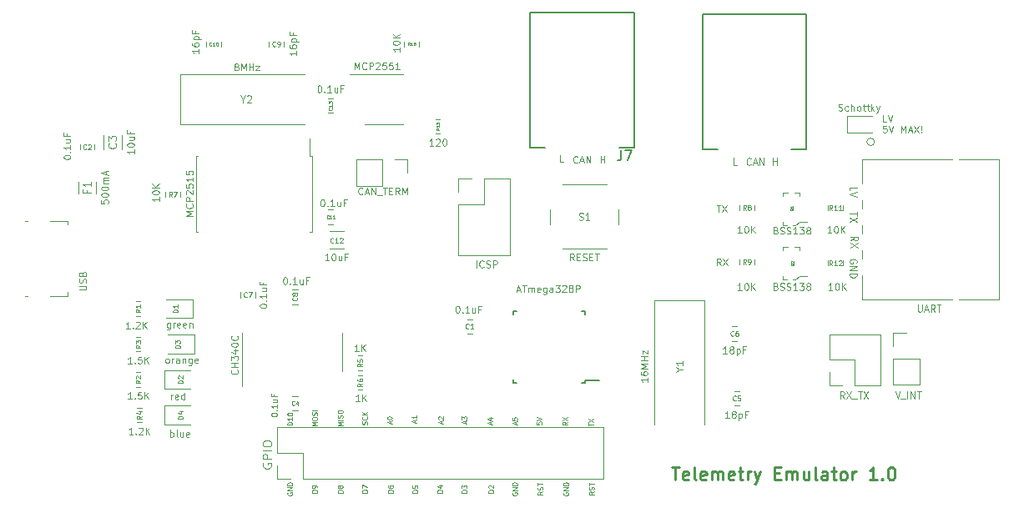
<source format=gbr>
%TF.GenerationSoftware,KiCad,Pcbnew,(6.0.7-1)-1*%
%TF.CreationDate,2022-09-19T18:34:45-07:00*%
%TF.ProjectId,telemetry-emulator-pcb,74656c65-6d65-4747-9279-2d656d756c61,rev?*%
%TF.SameCoordinates,Original*%
%TF.FileFunction,Legend,Top*%
%TF.FilePolarity,Positive*%
%FSLAX46Y46*%
G04 Gerber Fmt 4.6, Leading zero omitted, Abs format (unit mm)*
G04 Created by KiCad (PCBNEW (6.0.7-1)-1) date 2022-09-19 18:34:45*
%MOMM*%
%LPD*%
G01*
G04 APERTURE LIST*
%ADD10C,0.250000*%
%ADD11C,0.100000*%
%ADD12C,0.080000*%
%ADD13C,0.120000*%
%ADD14C,0.050000*%
%ADD15C,0.150000*%
%ADD16C,0.075000*%
G04 APERTURE END LIST*
D10*
X151109523Y-106188095D02*
X151852380Y-106188095D01*
X151480952Y-107488095D02*
X151480952Y-106188095D01*
X152780952Y-107426190D02*
X152657142Y-107488095D01*
X152409523Y-107488095D01*
X152285714Y-107426190D01*
X152223809Y-107302380D01*
X152223809Y-106807142D01*
X152285714Y-106683333D01*
X152409523Y-106621428D01*
X152657142Y-106621428D01*
X152780952Y-106683333D01*
X152842857Y-106807142D01*
X152842857Y-106930952D01*
X152223809Y-107054761D01*
X153585714Y-107488095D02*
X153461904Y-107426190D01*
X153400000Y-107302380D01*
X153400000Y-106188095D01*
X154576190Y-107426190D02*
X154452380Y-107488095D01*
X154204761Y-107488095D01*
X154080952Y-107426190D01*
X154019047Y-107302380D01*
X154019047Y-106807142D01*
X154080952Y-106683333D01*
X154204761Y-106621428D01*
X154452380Y-106621428D01*
X154576190Y-106683333D01*
X154638095Y-106807142D01*
X154638095Y-106930952D01*
X154019047Y-107054761D01*
X155195238Y-107488095D02*
X155195238Y-106621428D01*
X155195238Y-106745238D02*
X155257142Y-106683333D01*
X155380952Y-106621428D01*
X155566666Y-106621428D01*
X155690476Y-106683333D01*
X155752380Y-106807142D01*
X155752380Y-107488095D01*
X155752380Y-106807142D02*
X155814285Y-106683333D01*
X155938095Y-106621428D01*
X156123809Y-106621428D01*
X156247619Y-106683333D01*
X156309523Y-106807142D01*
X156309523Y-107488095D01*
X157423809Y-107426190D02*
X157300000Y-107488095D01*
X157052380Y-107488095D01*
X156928571Y-107426190D01*
X156866666Y-107302380D01*
X156866666Y-106807142D01*
X156928571Y-106683333D01*
X157052380Y-106621428D01*
X157300000Y-106621428D01*
X157423809Y-106683333D01*
X157485714Y-106807142D01*
X157485714Y-106930952D01*
X156866666Y-107054761D01*
X157857142Y-106621428D02*
X158352380Y-106621428D01*
X158042857Y-106188095D02*
X158042857Y-107302380D01*
X158104761Y-107426190D01*
X158228571Y-107488095D01*
X158352380Y-107488095D01*
X158785714Y-107488095D02*
X158785714Y-106621428D01*
X158785714Y-106869047D02*
X158847619Y-106745238D01*
X158909523Y-106683333D01*
X159033333Y-106621428D01*
X159157142Y-106621428D01*
X159466666Y-106621428D02*
X159776190Y-107488095D01*
X160085714Y-106621428D02*
X159776190Y-107488095D01*
X159652380Y-107797619D01*
X159590476Y-107859523D01*
X159466666Y-107921428D01*
X161571428Y-106807142D02*
X162004761Y-106807142D01*
X162190476Y-107488095D02*
X161571428Y-107488095D01*
X161571428Y-106188095D01*
X162190476Y-106188095D01*
X162747619Y-107488095D02*
X162747619Y-106621428D01*
X162747619Y-106745238D02*
X162809523Y-106683333D01*
X162933333Y-106621428D01*
X163119047Y-106621428D01*
X163242857Y-106683333D01*
X163304761Y-106807142D01*
X163304761Y-107488095D01*
X163304761Y-106807142D02*
X163366666Y-106683333D01*
X163490476Y-106621428D01*
X163676190Y-106621428D01*
X163800000Y-106683333D01*
X163861904Y-106807142D01*
X163861904Y-107488095D01*
X165038095Y-106621428D02*
X165038095Y-107488095D01*
X164480952Y-106621428D02*
X164480952Y-107302380D01*
X164542857Y-107426190D01*
X164666666Y-107488095D01*
X164852380Y-107488095D01*
X164976190Y-107426190D01*
X165038095Y-107364285D01*
X165842857Y-107488095D02*
X165719047Y-107426190D01*
X165657142Y-107302380D01*
X165657142Y-106188095D01*
X166895238Y-107488095D02*
X166895238Y-106807142D01*
X166833333Y-106683333D01*
X166709523Y-106621428D01*
X166461904Y-106621428D01*
X166338095Y-106683333D01*
X166895238Y-107426190D02*
X166771428Y-107488095D01*
X166461904Y-107488095D01*
X166338095Y-107426190D01*
X166276190Y-107302380D01*
X166276190Y-107178571D01*
X166338095Y-107054761D01*
X166461904Y-106992857D01*
X166771428Y-106992857D01*
X166895238Y-106930952D01*
X167328571Y-106621428D02*
X167823809Y-106621428D01*
X167514285Y-106188095D02*
X167514285Y-107302380D01*
X167576190Y-107426190D01*
X167700000Y-107488095D01*
X167823809Y-107488095D01*
X168442857Y-107488095D02*
X168319047Y-107426190D01*
X168257142Y-107364285D01*
X168195238Y-107240476D01*
X168195238Y-106869047D01*
X168257142Y-106745238D01*
X168319047Y-106683333D01*
X168442857Y-106621428D01*
X168628571Y-106621428D01*
X168752380Y-106683333D01*
X168814285Y-106745238D01*
X168876190Y-106869047D01*
X168876190Y-107240476D01*
X168814285Y-107364285D01*
X168752380Y-107426190D01*
X168628571Y-107488095D01*
X168442857Y-107488095D01*
X169433333Y-107488095D02*
X169433333Y-106621428D01*
X169433333Y-106869047D02*
X169495238Y-106745238D01*
X169557142Y-106683333D01*
X169680952Y-106621428D01*
X169804761Y-106621428D01*
X171909523Y-107488095D02*
X171166666Y-107488095D01*
X171538095Y-107488095D02*
X171538095Y-106188095D01*
X171414285Y-106373809D01*
X171290476Y-106497619D01*
X171166666Y-106559523D01*
X172466666Y-107364285D02*
X172528571Y-107426190D01*
X172466666Y-107488095D01*
X172404761Y-107426190D01*
X172466666Y-107364285D01*
X172466666Y-107488095D01*
X173333333Y-106188095D02*
X173457142Y-106188095D01*
X173580952Y-106250000D01*
X173642857Y-106311904D01*
X173704761Y-106435714D01*
X173766666Y-106683333D01*
X173766666Y-106992857D01*
X173704761Y-107240476D01*
X173642857Y-107364285D01*
X173580952Y-107426190D01*
X173457142Y-107488095D01*
X173333333Y-107488095D01*
X173209523Y-107426190D01*
X173147619Y-107364285D01*
X173085714Y-107240476D01*
X173023809Y-106992857D01*
X173023809Y-106683333D01*
X173085714Y-106435714D01*
X173147619Y-106311904D01*
X173209523Y-106250000D01*
X173333333Y-106188095D01*
D11*
X169283333Y-83183333D02*
X169616666Y-82950000D01*
X169283333Y-82783333D02*
X169983333Y-82783333D01*
X169983333Y-83050000D01*
X169950000Y-83116666D01*
X169916666Y-83150000D01*
X169850000Y-83183333D01*
X169750000Y-83183333D01*
X169683333Y-83150000D01*
X169650000Y-83116666D01*
X169616666Y-83050000D01*
X169616666Y-82783333D01*
X169983333Y-83416666D02*
X169283333Y-83883333D01*
X169983333Y-83883333D02*
X169283333Y-83416666D01*
X169850000Y-85466666D02*
X169883333Y-85400000D01*
X169883333Y-85300000D01*
X169850000Y-85200000D01*
X169783333Y-85133333D01*
X169716666Y-85100000D01*
X169583333Y-85066666D01*
X169483333Y-85066666D01*
X169350000Y-85100000D01*
X169283333Y-85133333D01*
X169216666Y-85200000D01*
X169183333Y-85300000D01*
X169183333Y-85366666D01*
X169216666Y-85466666D01*
X169250000Y-85500000D01*
X169483333Y-85500000D01*
X169483333Y-85366666D01*
X169183333Y-85800000D02*
X169883333Y-85800000D01*
X169183333Y-86200000D01*
X169883333Y-86200000D01*
X169183333Y-86533333D02*
X169883333Y-86533333D01*
X169883333Y-86700000D01*
X169850000Y-86800000D01*
X169783333Y-86866666D01*
X169716666Y-86900000D01*
X169583333Y-86933333D01*
X169483333Y-86933333D01*
X169350000Y-86900000D01*
X169283333Y-86866666D01*
X169216666Y-86800000D01*
X169183333Y-86700000D01*
X169183333Y-86533333D01*
X169183333Y-78116666D02*
X169183333Y-77783333D01*
X169883333Y-77783333D01*
X169883333Y-78250000D02*
X169183333Y-78483333D01*
X169883333Y-78716666D01*
X169883333Y-80266666D02*
X169883333Y-80666666D01*
X169183333Y-80466666D02*
X169883333Y-80466666D01*
X169883333Y-80833333D02*
X169183333Y-81300000D01*
X169883333Y-81300000D02*
X169183333Y-80833333D01*
%TO.C,C6*%
X156730000Y-94638666D02*
X156330000Y-94638666D01*
X156530000Y-94638666D02*
X156530000Y-93938666D01*
X156463333Y-94038666D01*
X156396666Y-94105333D01*
X156330000Y-94138666D01*
X157130000Y-94238666D02*
X157063333Y-94205333D01*
X157030000Y-94172000D01*
X156996666Y-94105333D01*
X156996666Y-94072000D01*
X157030000Y-94005333D01*
X157063333Y-93972000D01*
X157130000Y-93938666D01*
X157263333Y-93938666D01*
X157330000Y-93972000D01*
X157363333Y-94005333D01*
X157396666Y-94072000D01*
X157396666Y-94105333D01*
X157363333Y-94172000D01*
X157330000Y-94205333D01*
X157263333Y-94238666D01*
X157130000Y-94238666D01*
X157063333Y-94272000D01*
X157030000Y-94305333D01*
X156996666Y-94372000D01*
X156996666Y-94505333D01*
X157030000Y-94572000D01*
X157063333Y-94605333D01*
X157130000Y-94638666D01*
X157263333Y-94638666D01*
X157330000Y-94605333D01*
X157363333Y-94572000D01*
X157396666Y-94505333D01*
X157396666Y-94372000D01*
X157363333Y-94305333D01*
X157330000Y-94272000D01*
X157263333Y-94238666D01*
X157696666Y-94172000D02*
X157696666Y-94872000D01*
X157696666Y-94205333D02*
X157763333Y-94172000D01*
X157896666Y-94172000D01*
X157963333Y-94205333D01*
X157996666Y-94238666D01*
X158030000Y-94305333D01*
X158030000Y-94505333D01*
X157996666Y-94572000D01*
X157963333Y-94605333D01*
X157896666Y-94638666D01*
X157763333Y-94638666D01*
X157696666Y-94605333D01*
X158563333Y-94272000D02*
X158330000Y-94272000D01*
X158330000Y-94638666D02*
X158330000Y-93938666D01*
X158663333Y-93938666D01*
D12*
X157396666Y-92820571D02*
X157372857Y-92844380D01*
X157301428Y-92868190D01*
X157253809Y-92868190D01*
X157182380Y-92844380D01*
X157134761Y-92796761D01*
X157110952Y-92749142D01*
X157087142Y-92653904D01*
X157087142Y-92582476D01*
X157110952Y-92487238D01*
X157134761Y-92439619D01*
X157182380Y-92392000D01*
X157253809Y-92368190D01*
X157301428Y-92368190D01*
X157372857Y-92392000D01*
X157396666Y-92415809D01*
X157825238Y-92368190D02*
X157730000Y-92368190D01*
X157682380Y-92392000D01*
X157658571Y-92415809D01*
X157610952Y-92487238D01*
X157587142Y-92582476D01*
X157587142Y-92772952D01*
X157610952Y-92820571D01*
X157634761Y-92844380D01*
X157682380Y-92868190D01*
X157777619Y-92868190D01*
X157825238Y-92844380D01*
X157849047Y-92820571D01*
X157872857Y-92772952D01*
X157872857Y-92653904D01*
X157849047Y-92606285D01*
X157825238Y-92582476D01*
X157777619Y-92558666D01*
X157682380Y-92558666D01*
X157634761Y-92582476D01*
X157610952Y-92606285D01*
X157587142Y-92653904D01*
D11*
%TO.C,R2*%
X96350000Y-99266666D02*
X95950000Y-99266666D01*
X96150000Y-99266666D02*
X96150000Y-98566666D01*
X96083333Y-98666666D01*
X96016666Y-98733333D01*
X95950000Y-98766666D01*
X96650000Y-99200000D02*
X96683333Y-99233333D01*
X96650000Y-99266666D01*
X96616666Y-99233333D01*
X96650000Y-99200000D01*
X96650000Y-99266666D01*
X97316666Y-98566666D02*
X96983333Y-98566666D01*
X96950000Y-98900000D01*
X96983333Y-98866666D01*
X97050000Y-98833333D01*
X97216666Y-98833333D01*
X97283333Y-98866666D01*
X97316666Y-98900000D01*
X97350000Y-98966666D01*
X97350000Y-99133333D01*
X97316666Y-99200000D01*
X97283333Y-99233333D01*
X97216666Y-99266666D01*
X97050000Y-99266666D01*
X96983333Y-99233333D01*
X96950000Y-99200000D01*
X97650000Y-99266666D02*
X97650000Y-98566666D01*
X98050000Y-99266666D02*
X97750000Y-98866666D01*
X98050000Y-98566666D02*
X97650000Y-98966666D01*
D12*
X97226190Y-97383333D02*
X96988095Y-97550000D01*
X97226190Y-97669047D02*
X96726190Y-97669047D01*
X96726190Y-97478571D01*
X96750000Y-97430952D01*
X96773809Y-97407142D01*
X96821428Y-97383333D01*
X96892857Y-97383333D01*
X96940476Y-97407142D01*
X96964285Y-97430952D01*
X96988095Y-97478571D01*
X96988095Y-97669047D01*
X96773809Y-97192857D02*
X96750000Y-97169047D01*
X96726190Y-97121428D01*
X96726190Y-97002380D01*
X96750000Y-96954761D01*
X96773809Y-96930952D01*
X96821428Y-96907142D01*
X96869047Y-96907142D01*
X96940476Y-96930952D01*
X97226190Y-97216666D01*
X97226190Y-96907142D01*
D11*
%TO.C,R1*%
X96150000Y-92116666D02*
X95750000Y-92116666D01*
X95950000Y-92116666D02*
X95950000Y-91416666D01*
X95883333Y-91516666D01*
X95816666Y-91583333D01*
X95750000Y-91616666D01*
X96450000Y-92050000D02*
X96483333Y-92083333D01*
X96450000Y-92116666D01*
X96416666Y-92083333D01*
X96450000Y-92050000D01*
X96450000Y-92116666D01*
X96750000Y-91483333D02*
X96783333Y-91450000D01*
X96850000Y-91416666D01*
X97016666Y-91416666D01*
X97083333Y-91450000D01*
X97116666Y-91483333D01*
X97150000Y-91550000D01*
X97150000Y-91616666D01*
X97116666Y-91716666D01*
X96716666Y-92116666D01*
X97150000Y-92116666D01*
X97450000Y-92116666D02*
X97450000Y-91416666D01*
X97850000Y-92116666D02*
X97550000Y-91716666D01*
X97850000Y-91416666D02*
X97450000Y-91816666D01*
D12*
X97226190Y-90189333D02*
X96988095Y-90356000D01*
X97226190Y-90475047D02*
X96726190Y-90475047D01*
X96726190Y-90284571D01*
X96750000Y-90236952D01*
X96773809Y-90213142D01*
X96821428Y-90189333D01*
X96892857Y-90189333D01*
X96940476Y-90213142D01*
X96964285Y-90236952D01*
X96988095Y-90284571D01*
X96988095Y-90475047D01*
X97226190Y-89713142D02*
X97226190Y-89998857D01*
X97226190Y-89856000D02*
X96726190Y-89856000D01*
X96797619Y-89903619D01*
X96845238Y-89951238D01*
X96869047Y-89998857D01*
D11*
%TO.C,C3*%
X96566666Y-73950000D02*
X96566666Y-74350000D01*
X96566666Y-74150000D02*
X95866666Y-74150000D01*
X95966666Y-74216666D01*
X96033333Y-74283333D01*
X96066666Y-74350000D01*
X95866666Y-73516666D02*
X95866666Y-73450000D01*
X95900000Y-73383333D01*
X95933333Y-73350000D01*
X96000000Y-73316666D01*
X96133333Y-73283333D01*
X96300000Y-73283333D01*
X96433333Y-73316666D01*
X96500000Y-73350000D01*
X96533333Y-73383333D01*
X96566666Y-73450000D01*
X96566666Y-73516666D01*
X96533333Y-73583333D01*
X96500000Y-73616666D01*
X96433333Y-73650000D01*
X96300000Y-73683333D01*
X96133333Y-73683333D01*
X96000000Y-73650000D01*
X95933333Y-73616666D01*
X95900000Y-73583333D01*
X95866666Y-73516666D01*
X96100000Y-72683333D02*
X96566666Y-72683333D01*
X96100000Y-72983333D02*
X96466666Y-72983333D01*
X96533333Y-72950000D01*
X96566666Y-72883333D01*
X96566666Y-72783333D01*
X96533333Y-72716666D01*
X96500000Y-72683333D01*
X96200000Y-72116666D02*
X96200000Y-72350000D01*
X96566666Y-72350000D02*
X95866666Y-72350000D01*
X95866666Y-72016666D01*
D13*
X94685714Y-73333333D02*
X94723809Y-73371428D01*
X94761904Y-73485714D01*
X94761904Y-73561904D01*
X94723809Y-73676190D01*
X94647619Y-73752380D01*
X94571428Y-73790476D01*
X94419047Y-73828571D01*
X94304761Y-73828571D01*
X94152380Y-73790476D01*
X94076190Y-73752380D01*
X94000000Y-73676190D01*
X93961904Y-73561904D01*
X93961904Y-73485714D01*
X94000000Y-73371428D01*
X94038095Y-73333333D01*
X93961904Y-73066666D02*
X93961904Y-72571428D01*
X94266666Y-72838095D01*
X94266666Y-72723809D01*
X94304761Y-72647619D01*
X94342857Y-72609523D01*
X94419047Y-72571428D01*
X94609523Y-72571428D01*
X94685714Y-72609523D01*
X94723809Y-72647619D01*
X94761904Y-72723809D01*
X94761904Y-72952380D01*
X94723809Y-73028571D01*
X94685714Y-73066666D01*
D11*
%TO.C,U1*%
X107050000Y-96300000D02*
X107083333Y-96333333D01*
X107116666Y-96433333D01*
X107116666Y-96500000D01*
X107083333Y-96600000D01*
X107016666Y-96666666D01*
X106950000Y-96700000D01*
X106816666Y-96733333D01*
X106716666Y-96733333D01*
X106583333Y-96700000D01*
X106516666Y-96666666D01*
X106450000Y-96600000D01*
X106416666Y-96500000D01*
X106416666Y-96433333D01*
X106450000Y-96333333D01*
X106483333Y-96300000D01*
X107116666Y-96000000D02*
X106416666Y-96000000D01*
X106750000Y-96000000D02*
X106750000Y-95600000D01*
X107116666Y-95600000D02*
X106416666Y-95600000D01*
X106416666Y-95333333D02*
X106416666Y-94900000D01*
X106683333Y-95133333D01*
X106683333Y-95033333D01*
X106716666Y-94966666D01*
X106750000Y-94933333D01*
X106816666Y-94900000D01*
X106983333Y-94900000D01*
X107050000Y-94933333D01*
X107083333Y-94966666D01*
X107116666Y-95033333D01*
X107116666Y-95233333D01*
X107083333Y-95300000D01*
X107050000Y-95333333D01*
X106650000Y-94300000D02*
X107116666Y-94300000D01*
X106383333Y-94466666D02*
X106883333Y-94633333D01*
X106883333Y-94200000D01*
X106416666Y-93800000D02*
X106416666Y-93733333D01*
X106450000Y-93666666D01*
X106483333Y-93633333D01*
X106550000Y-93600000D01*
X106683333Y-93566666D01*
X106850000Y-93566666D01*
X106983333Y-93600000D01*
X107050000Y-93633333D01*
X107083333Y-93666666D01*
X107116666Y-93733333D01*
X107116666Y-93800000D01*
X107083333Y-93866666D01*
X107050000Y-93900000D01*
X106983333Y-93933333D01*
X106850000Y-93966666D01*
X106683333Y-93966666D01*
X106550000Y-93933333D01*
X106483333Y-93900000D01*
X106450000Y-93866666D01*
X106416666Y-93800000D01*
X107050000Y-92866666D02*
X107083333Y-92900000D01*
X107116666Y-93000000D01*
X107116666Y-93066666D01*
X107083333Y-93166666D01*
X107016666Y-93233333D01*
X106950000Y-93266666D01*
X106816666Y-93300000D01*
X106716666Y-93300000D01*
X106583333Y-93266666D01*
X106516666Y-93233333D01*
X106450000Y-93166666D01*
X106416666Y-93066666D01*
X106416666Y-93000000D01*
X106450000Y-92900000D01*
X106483333Y-92866666D01*
%TO.C,C5*%
X156950000Y-101196666D02*
X156550000Y-101196666D01*
X156750000Y-101196666D02*
X156750000Y-100496666D01*
X156683333Y-100596666D01*
X156616666Y-100663333D01*
X156550000Y-100696666D01*
X157350000Y-100796666D02*
X157283333Y-100763333D01*
X157250000Y-100730000D01*
X157216666Y-100663333D01*
X157216666Y-100630000D01*
X157250000Y-100563333D01*
X157283333Y-100530000D01*
X157350000Y-100496666D01*
X157483333Y-100496666D01*
X157550000Y-100530000D01*
X157583333Y-100563333D01*
X157616666Y-100630000D01*
X157616666Y-100663333D01*
X157583333Y-100730000D01*
X157550000Y-100763333D01*
X157483333Y-100796666D01*
X157350000Y-100796666D01*
X157283333Y-100830000D01*
X157250000Y-100863333D01*
X157216666Y-100930000D01*
X157216666Y-101063333D01*
X157250000Y-101130000D01*
X157283333Y-101163333D01*
X157350000Y-101196666D01*
X157483333Y-101196666D01*
X157550000Y-101163333D01*
X157583333Y-101130000D01*
X157616666Y-101063333D01*
X157616666Y-100930000D01*
X157583333Y-100863333D01*
X157550000Y-100830000D01*
X157483333Y-100796666D01*
X157916666Y-100730000D02*
X157916666Y-101430000D01*
X157916666Y-100763333D02*
X157983333Y-100730000D01*
X158116666Y-100730000D01*
X158183333Y-100763333D01*
X158216666Y-100796666D01*
X158250000Y-100863333D01*
X158250000Y-101063333D01*
X158216666Y-101130000D01*
X158183333Y-101163333D01*
X158116666Y-101196666D01*
X157983333Y-101196666D01*
X157916666Y-101163333D01*
X158783333Y-100830000D02*
X158550000Y-100830000D01*
X158550000Y-101196666D02*
X158550000Y-100496666D01*
X158883333Y-100496666D01*
D12*
X157616666Y-99378571D02*
X157592857Y-99402380D01*
X157521428Y-99426190D01*
X157473809Y-99426190D01*
X157402380Y-99402380D01*
X157354761Y-99354761D01*
X157330952Y-99307142D01*
X157307142Y-99211904D01*
X157307142Y-99140476D01*
X157330952Y-99045238D01*
X157354761Y-98997619D01*
X157402380Y-98950000D01*
X157473809Y-98926190D01*
X157521428Y-98926190D01*
X157592857Y-98950000D01*
X157616666Y-98973809D01*
X158069047Y-98926190D02*
X157830952Y-98926190D01*
X157807142Y-99164285D01*
X157830952Y-99140476D01*
X157878571Y-99116666D01*
X157997619Y-99116666D01*
X158045238Y-99140476D01*
X158069047Y-99164285D01*
X158092857Y-99211904D01*
X158092857Y-99330952D01*
X158069047Y-99378571D01*
X158045238Y-99402380D01*
X157997619Y-99426190D01*
X157878571Y-99426190D01*
X157830952Y-99402380D01*
X157807142Y-99378571D01*
D11*
%TO.C,F1*%
X93236666Y-79066666D02*
X93236666Y-79400000D01*
X93570000Y-79433333D01*
X93536666Y-79400000D01*
X93503333Y-79333333D01*
X93503333Y-79166666D01*
X93536666Y-79100000D01*
X93570000Y-79066666D01*
X93636666Y-79033333D01*
X93803333Y-79033333D01*
X93870000Y-79066666D01*
X93903333Y-79100000D01*
X93936666Y-79166666D01*
X93936666Y-79333333D01*
X93903333Y-79400000D01*
X93870000Y-79433333D01*
X93236666Y-78600000D02*
X93236666Y-78533333D01*
X93270000Y-78466666D01*
X93303333Y-78433333D01*
X93370000Y-78400000D01*
X93503333Y-78366666D01*
X93670000Y-78366666D01*
X93803333Y-78400000D01*
X93870000Y-78433333D01*
X93903333Y-78466666D01*
X93936666Y-78533333D01*
X93936666Y-78600000D01*
X93903333Y-78666666D01*
X93870000Y-78700000D01*
X93803333Y-78733333D01*
X93670000Y-78766666D01*
X93503333Y-78766666D01*
X93370000Y-78733333D01*
X93303333Y-78700000D01*
X93270000Y-78666666D01*
X93236666Y-78600000D01*
X93236666Y-77933333D02*
X93236666Y-77866666D01*
X93270000Y-77800000D01*
X93303333Y-77766666D01*
X93370000Y-77733333D01*
X93503333Y-77700000D01*
X93670000Y-77700000D01*
X93803333Y-77733333D01*
X93870000Y-77766666D01*
X93903333Y-77800000D01*
X93936666Y-77866666D01*
X93936666Y-77933333D01*
X93903333Y-78000000D01*
X93870000Y-78033333D01*
X93803333Y-78066666D01*
X93670000Y-78100000D01*
X93503333Y-78100000D01*
X93370000Y-78066666D01*
X93303333Y-78033333D01*
X93270000Y-78000000D01*
X93236666Y-77933333D01*
X93936666Y-77400000D02*
X93470000Y-77400000D01*
X93536666Y-77400000D02*
X93503333Y-77366666D01*
X93470000Y-77300000D01*
X93470000Y-77200000D01*
X93503333Y-77133333D01*
X93570000Y-77100000D01*
X93936666Y-77100000D01*
X93570000Y-77100000D02*
X93503333Y-77066666D01*
X93470000Y-77000000D01*
X93470000Y-76900000D01*
X93503333Y-76833333D01*
X93570000Y-76800000D01*
X93936666Y-76800000D01*
X93736666Y-76500000D02*
X93736666Y-76166666D01*
X93936666Y-76566666D02*
X93236666Y-76333333D01*
X93936666Y-76100000D01*
D13*
X91742857Y-78066666D02*
X91742857Y-78333333D01*
X92161904Y-78333333D02*
X91361904Y-78333333D01*
X91361904Y-77952380D01*
X92161904Y-77228571D02*
X92161904Y-77685714D01*
X92161904Y-77457142D02*
X91361904Y-77457142D01*
X91476190Y-77533333D01*
X91552380Y-77609523D01*
X91590476Y-77685714D01*
D11*
%TO.C,Q1*%
X161683333Y-82150000D02*
X161783333Y-82183333D01*
X161816666Y-82216666D01*
X161850000Y-82283333D01*
X161850000Y-82383333D01*
X161816666Y-82450000D01*
X161783333Y-82483333D01*
X161716666Y-82516666D01*
X161450000Y-82516666D01*
X161450000Y-81816666D01*
X161683333Y-81816666D01*
X161750000Y-81850000D01*
X161783333Y-81883333D01*
X161816666Y-81950000D01*
X161816666Y-82016666D01*
X161783333Y-82083333D01*
X161750000Y-82116666D01*
X161683333Y-82150000D01*
X161450000Y-82150000D01*
X162116666Y-82483333D02*
X162216666Y-82516666D01*
X162383333Y-82516666D01*
X162450000Y-82483333D01*
X162483333Y-82450000D01*
X162516666Y-82383333D01*
X162516666Y-82316666D01*
X162483333Y-82250000D01*
X162450000Y-82216666D01*
X162383333Y-82183333D01*
X162250000Y-82150000D01*
X162183333Y-82116666D01*
X162150000Y-82083333D01*
X162116666Y-82016666D01*
X162116666Y-81950000D01*
X162150000Y-81883333D01*
X162183333Y-81850000D01*
X162250000Y-81816666D01*
X162416666Y-81816666D01*
X162516666Y-81850000D01*
X162783333Y-82483333D02*
X162883333Y-82516666D01*
X163050000Y-82516666D01*
X163116666Y-82483333D01*
X163150000Y-82450000D01*
X163183333Y-82383333D01*
X163183333Y-82316666D01*
X163150000Y-82250000D01*
X163116666Y-82216666D01*
X163050000Y-82183333D01*
X162916666Y-82150000D01*
X162850000Y-82116666D01*
X162816666Y-82083333D01*
X162783333Y-82016666D01*
X162783333Y-81950000D01*
X162816666Y-81883333D01*
X162850000Y-81850000D01*
X162916666Y-81816666D01*
X163083333Y-81816666D01*
X163183333Y-81850000D01*
X163850000Y-82516666D02*
X163450000Y-82516666D01*
X163650000Y-82516666D02*
X163650000Y-81816666D01*
X163583333Y-81916666D01*
X163516666Y-81983333D01*
X163450000Y-82016666D01*
X164083333Y-81816666D02*
X164516666Y-81816666D01*
X164283333Y-82083333D01*
X164383333Y-82083333D01*
X164450000Y-82116666D01*
X164483333Y-82150000D01*
X164516666Y-82216666D01*
X164516666Y-82383333D01*
X164483333Y-82450000D01*
X164450000Y-82483333D01*
X164383333Y-82516666D01*
X164183333Y-82516666D01*
X164116666Y-82483333D01*
X164083333Y-82450000D01*
X164916666Y-82116666D02*
X164850000Y-82083333D01*
X164816666Y-82050000D01*
X164783333Y-81983333D01*
X164783333Y-81950000D01*
X164816666Y-81883333D01*
X164850000Y-81850000D01*
X164916666Y-81816666D01*
X165050000Y-81816666D01*
X165116666Y-81850000D01*
X165150000Y-81883333D01*
X165183333Y-81950000D01*
X165183333Y-81983333D01*
X165150000Y-82050000D01*
X165116666Y-82083333D01*
X165050000Y-82116666D01*
X164916666Y-82116666D01*
X164850000Y-82150000D01*
X164816666Y-82183333D01*
X164783333Y-82250000D01*
X164783333Y-82383333D01*
X164816666Y-82450000D01*
X164850000Y-82483333D01*
X164916666Y-82516666D01*
X165050000Y-82516666D01*
X165116666Y-82483333D01*
X165150000Y-82450000D01*
X165183333Y-82383333D01*
X165183333Y-82250000D01*
X165150000Y-82183333D01*
X165116666Y-82150000D01*
X165050000Y-82116666D01*
D14*
X163436904Y-79923809D02*
X163425000Y-79947619D01*
X163401190Y-79971428D01*
X163365476Y-80007142D01*
X163353571Y-80030952D01*
X163353571Y-80054761D01*
X163413095Y-80042857D02*
X163401190Y-80066666D01*
X163377380Y-80090476D01*
X163329761Y-80102380D01*
X163246428Y-80102380D01*
X163198809Y-80090476D01*
X163175000Y-80066666D01*
X163163095Y-80042857D01*
X163163095Y-79995238D01*
X163175000Y-79971428D01*
X163198809Y-79947619D01*
X163246428Y-79935714D01*
X163329761Y-79935714D01*
X163377380Y-79947619D01*
X163401190Y-79971428D01*
X163413095Y-79995238D01*
X163413095Y-80042857D01*
X163413095Y-79697619D02*
X163413095Y-79840476D01*
X163413095Y-79769047D02*
X163163095Y-79769047D01*
X163198809Y-79792857D01*
X163222619Y-79816666D01*
X163234523Y-79840476D01*
D11*
%TO.C,C10*%
X103116666Y-63750000D02*
X103116666Y-64150000D01*
X103116666Y-63950000D02*
X102416666Y-63950000D01*
X102516666Y-64016666D01*
X102583333Y-64083333D01*
X102616666Y-64150000D01*
X102416666Y-63150000D02*
X102416666Y-63283333D01*
X102450000Y-63350000D01*
X102483333Y-63383333D01*
X102583333Y-63450000D01*
X102716666Y-63483333D01*
X102983333Y-63483333D01*
X103050000Y-63450000D01*
X103083333Y-63416666D01*
X103116666Y-63350000D01*
X103116666Y-63216666D01*
X103083333Y-63150000D01*
X103050000Y-63116666D01*
X102983333Y-63083333D01*
X102816666Y-63083333D01*
X102750000Y-63116666D01*
X102716666Y-63150000D01*
X102683333Y-63216666D01*
X102683333Y-63350000D01*
X102716666Y-63416666D01*
X102750000Y-63450000D01*
X102816666Y-63483333D01*
X102650000Y-62783333D02*
X103350000Y-62783333D01*
X102683333Y-62783333D02*
X102650000Y-62716666D01*
X102650000Y-62583333D01*
X102683333Y-62516666D01*
X102716666Y-62483333D01*
X102783333Y-62450000D01*
X102983333Y-62450000D01*
X103050000Y-62483333D01*
X103083333Y-62516666D01*
X103116666Y-62583333D01*
X103116666Y-62716666D01*
X103083333Y-62783333D01*
X102750000Y-61916666D02*
X102750000Y-62150000D01*
X103116666Y-62150000D02*
X102416666Y-62150000D01*
X102416666Y-61816666D01*
D12*
X104423000Y-63371000D02*
X104406333Y-63387666D01*
X104356333Y-63404333D01*
X104323000Y-63404333D01*
X104273000Y-63387666D01*
X104239666Y-63354333D01*
X104223000Y-63321000D01*
X104206333Y-63254333D01*
X104206333Y-63204333D01*
X104223000Y-63137666D01*
X104239666Y-63104333D01*
X104273000Y-63071000D01*
X104323000Y-63054333D01*
X104356333Y-63054333D01*
X104406333Y-63071000D01*
X104423000Y-63087666D01*
X104756333Y-63404333D02*
X104556333Y-63404333D01*
X104656333Y-63404333D02*
X104656333Y-63054333D01*
X104623000Y-63104333D01*
X104589666Y-63137666D01*
X104556333Y-63154333D01*
X104973000Y-63054333D02*
X105006333Y-63054333D01*
X105039666Y-63071000D01*
X105056333Y-63087666D01*
X105073000Y-63121000D01*
X105089666Y-63187666D01*
X105089666Y-63271000D01*
X105073000Y-63337666D01*
X105056333Y-63371000D01*
X105039666Y-63387666D01*
X105006333Y-63404333D01*
X104973000Y-63404333D01*
X104939666Y-63387666D01*
X104923000Y-63371000D01*
X104906333Y-63337666D01*
X104889666Y-63271000D01*
X104889666Y-63187666D01*
X104906333Y-63121000D01*
X104923000Y-63087666D01*
X104939666Y-63071000D01*
X104973000Y-63054333D01*
D11*
%TO.C,R12*%
X167416666Y-88216666D02*
X167016666Y-88216666D01*
X167216666Y-88216666D02*
X167216666Y-87516666D01*
X167150000Y-87616666D01*
X167083333Y-87683333D01*
X167016666Y-87716666D01*
X167850000Y-87516666D02*
X167916666Y-87516666D01*
X167983333Y-87550000D01*
X168016666Y-87583333D01*
X168050000Y-87650000D01*
X168083333Y-87783333D01*
X168083333Y-87950000D01*
X168050000Y-88083333D01*
X168016666Y-88150000D01*
X167983333Y-88183333D01*
X167916666Y-88216666D01*
X167850000Y-88216666D01*
X167783333Y-88183333D01*
X167750000Y-88150000D01*
X167716666Y-88083333D01*
X167683333Y-87950000D01*
X167683333Y-87783333D01*
X167716666Y-87650000D01*
X167750000Y-87583333D01*
X167783333Y-87550000D01*
X167850000Y-87516666D01*
X168383333Y-88216666D02*
X168383333Y-87516666D01*
X168783333Y-88216666D02*
X168483333Y-87816666D01*
X168783333Y-87516666D02*
X168383333Y-87916666D01*
D12*
X167411071Y-85726190D02*
X167244404Y-85488095D01*
X167125357Y-85726190D02*
X167125357Y-85226190D01*
X167315833Y-85226190D01*
X167363452Y-85250000D01*
X167387261Y-85273809D01*
X167411071Y-85321428D01*
X167411071Y-85392857D01*
X167387261Y-85440476D01*
X167363452Y-85464285D01*
X167315833Y-85488095D01*
X167125357Y-85488095D01*
X167887261Y-85726190D02*
X167601547Y-85726190D01*
X167744404Y-85726190D02*
X167744404Y-85226190D01*
X167696785Y-85297619D01*
X167649166Y-85345238D01*
X167601547Y-85369047D01*
X168077738Y-85273809D02*
X168101547Y-85250000D01*
X168149166Y-85226190D01*
X168268214Y-85226190D01*
X168315833Y-85250000D01*
X168339642Y-85273809D01*
X168363452Y-85321428D01*
X168363452Y-85369047D01*
X168339642Y-85440476D01*
X168053928Y-85726190D01*
X168363452Y-85726190D01*
D11*
%TO.C,D4*%
X100250000Y-103116666D02*
X100250000Y-102416666D01*
X100250000Y-102683333D02*
X100316666Y-102650000D01*
X100450000Y-102650000D01*
X100516666Y-102683333D01*
X100550000Y-102716666D01*
X100583333Y-102783333D01*
X100583333Y-102983333D01*
X100550000Y-103050000D01*
X100516666Y-103083333D01*
X100450000Y-103116666D01*
X100316666Y-103116666D01*
X100250000Y-103083333D01*
X100983333Y-103116666D02*
X100916666Y-103083333D01*
X100883333Y-103016666D01*
X100883333Y-102416666D01*
X101550000Y-102650000D02*
X101550000Y-103116666D01*
X101250000Y-102650000D02*
X101250000Y-103016666D01*
X101283333Y-103083333D01*
X101350000Y-103116666D01*
X101450000Y-103116666D01*
X101516666Y-103083333D01*
X101550000Y-103050000D01*
X102150000Y-103083333D02*
X102083333Y-103116666D01*
X101950000Y-103116666D01*
X101883333Y-103083333D01*
X101850000Y-103016666D01*
X101850000Y-102750000D01*
X101883333Y-102683333D01*
X101950000Y-102650000D01*
X102083333Y-102650000D01*
X102150000Y-102683333D01*
X102183333Y-102750000D01*
X102183333Y-102816666D01*
X101850000Y-102883333D01*
D12*
X101526190Y-101269047D02*
X101026190Y-101269047D01*
X101026190Y-101150000D01*
X101050000Y-101078571D01*
X101097619Y-101030952D01*
X101145238Y-101007142D01*
X101240476Y-100983333D01*
X101311904Y-100983333D01*
X101407142Y-101007142D01*
X101454761Y-101030952D01*
X101502380Y-101078571D01*
X101526190Y-101150000D01*
X101526190Y-101269047D01*
X101192857Y-100554761D02*
X101526190Y-100554761D01*
X101002380Y-100673809D02*
X101359523Y-100792857D01*
X101359523Y-100483333D01*
D11*
%TO.C,S1*%
X141183333Y-85216666D02*
X140950000Y-84883333D01*
X140783333Y-85216666D02*
X140783333Y-84516666D01*
X141050000Y-84516666D01*
X141116666Y-84550000D01*
X141150000Y-84583333D01*
X141183333Y-84650000D01*
X141183333Y-84750000D01*
X141150000Y-84816666D01*
X141116666Y-84850000D01*
X141050000Y-84883333D01*
X140783333Y-84883333D01*
X141483333Y-84850000D02*
X141716666Y-84850000D01*
X141816666Y-85216666D02*
X141483333Y-85216666D01*
X141483333Y-84516666D01*
X141816666Y-84516666D01*
X142083333Y-85183333D02*
X142183333Y-85216666D01*
X142350000Y-85216666D01*
X142416666Y-85183333D01*
X142450000Y-85150000D01*
X142483333Y-85083333D01*
X142483333Y-85016666D01*
X142450000Y-84950000D01*
X142416666Y-84916666D01*
X142350000Y-84883333D01*
X142216666Y-84850000D01*
X142150000Y-84816666D01*
X142116666Y-84783333D01*
X142083333Y-84716666D01*
X142083333Y-84650000D01*
X142116666Y-84583333D01*
X142150000Y-84550000D01*
X142216666Y-84516666D01*
X142383333Y-84516666D01*
X142483333Y-84550000D01*
X142783333Y-84850000D02*
X143016666Y-84850000D01*
X143116666Y-85216666D02*
X142783333Y-85216666D01*
X142783333Y-84516666D01*
X143116666Y-84516666D01*
X143316666Y-84516666D02*
X143716666Y-84516666D01*
X143516666Y-85216666D02*
X143516666Y-84516666D01*
X141706666Y-81055333D02*
X141806666Y-81088666D01*
X141973333Y-81088666D01*
X142040000Y-81055333D01*
X142073333Y-81022000D01*
X142106666Y-80955333D01*
X142106666Y-80888666D01*
X142073333Y-80822000D01*
X142040000Y-80788666D01*
X141973333Y-80755333D01*
X141840000Y-80722000D01*
X141773333Y-80688666D01*
X141740000Y-80655333D01*
X141706666Y-80588666D01*
X141706666Y-80522000D01*
X141740000Y-80455333D01*
X141773333Y-80422000D01*
X141840000Y-80388666D01*
X142006666Y-80388666D01*
X142106666Y-80422000D01*
X142773333Y-81088666D02*
X142373333Y-81088666D01*
X142573333Y-81088666D02*
X142573333Y-80388666D01*
X142506666Y-80488666D01*
X142440000Y-80555333D01*
X142373333Y-80588666D01*
%TO.C,Y2*%
X106883333Y-65516666D02*
X106816666Y-65483333D01*
X106783333Y-65450000D01*
X106750000Y-65383333D01*
X106750000Y-65350000D01*
X106783333Y-65283333D01*
X106816666Y-65250000D01*
X106883333Y-65216666D01*
X107016666Y-65216666D01*
X107083333Y-65250000D01*
X107116666Y-65283333D01*
X107150000Y-65350000D01*
X107150000Y-65383333D01*
X107116666Y-65450000D01*
X107083333Y-65483333D01*
X107016666Y-65516666D01*
X106883333Y-65516666D01*
X106816666Y-65550000D01*
X106783333Y-65583333D01*
X106750000Y-65650000D01*
X106750000Y-65783333D01*
X106783333Y-65850000D01*
X106816666Y-65883333D01*
X106883333Y-65916666D01*
X107016666Y-65916666D01*
X107083333Y-65883333D01*
X107116666Y-65850000D01*
X107150000Y-65783333D01*
X107150000Y-65650000D01*
X107116666Y-65583333D01*
X107083333Y-65550000D01*
X107016666Y-65516666D01*
X107450000Y-65916666D02*
X107450000Y-65216666D01*
X107683333Y-65716666D01*
X107916666Y-65216666D01*
X107916666Y-65916666D01*
X108250000Y-65916666D02*
X108250000Y-65216666D01*
X108250000Y-65550000D02*
X108650000Y-65550000D01*
X108650000Y-65916666D02*
X108650000Y-65216666D01*
X108916666Y-65450000D02*
X109283333Y-65450000D01*
X108916666Y-65916666D01*
X109283333Y-65916666D01*
X107616666Y-68817333D02*
X107616666Y-69150666D01*
X107383333Y-68450666D02*
X107616666Y-68817333D01*
X107850000Y-68450666D01*
X108050000Y-68517333D02*
X108083333Y-68484000D01*
X108150000Y-68450666D01*
X108316666Y-68450666D01*
X108383333Y-68484000D01*
X108416666Y-68517333D01*
X108450000Y-68584000D01*
X108450000Y-68650666D01*
X108416666Y-68750666D01*
X108016666Y-69150666D01*
X108450000Y-69150666D01*
%TO.C,C8*%
X111850000Y-86916666D02*
X111916666Y-86916666D01*
X111983333Y-86950000D01*
X112016666Y-86983333D01*
X112050000Y-87050000D01*
X112083333Y-87183333D01*
X112083333Y-87350000D01*
X112050000Y-87483333D01*
X112016666Y-87550000D01*
X111983333Y-87583333D01*
X111916666Y-87616666D01*
X111850000Y-87616666D01*
X111783333Y-87583333D01*
X111750000Y-87550000D01*
X111716666Y-87483333D01*
X111683333Y-87350000D01*
X111683333Y-87183333D01*
X111716666Y-87050000D01*
X111750000Y-86983333D01*
X111783333Y-86950000D01*
X111850000Y-86916666D01*
X112383333Y-87550000D02*
X112416666Y-87583333D01*
X112383333Y-87616666D01*
X112350000Y-87583333D01*
X112383333Y-87550000D01*
X112383333Y-87616666D01*
X113083333Y-87616666D02*
X112683333Y-87616666D01*
X112883333Y-87616666D02*
X112883333Y-86916666D01*
X112816666Y-87016666D01*
X112750000Y-87083333D01*
X112683333Y-87116666D01*
X113683333Y-87150000D02*
X113683333Y-87616666D01*
X113383333Y-87150000D02*
X113383333Y-87516666D01*
X113416666Y-87583333D01*
X113483333Y-87616666D01*
X113583333Y-87616666D01*
X113650000Y-87583333D01*
X113683333Y-87550000D01*
X114250000Y-87250000D02*
X114016666Y-87250000D01*
X114016666Y-87616666D02*
X114016666Y-86916666D01*
X114350000Y-86916666D01*
D12*
X113078571Y-88983333D02*
X113102380Y-89007142D01*
X113126190Y-89078571D01*
X113126190Y-89126190D01*
X113102380Y-89197619D01*
X113054761Y-89245238D01*
X113007142Y-89269047D01*
X112911904Y-89292857D01*
X112840476Y-89292857D01*
X112745238Y-89269047D01*
X112697619Y-89245238D01*
X112650000Y-89197619D01*
X112626190Y-89126190D01*
X112626190Y-89078571D01*
X112650000Y-89007142D01*
X112673809Y-88983333D01*
X112840476Y-88697619D02*
X112816666Y-88745238D01*
X112792857Y-88769047D01*
X112745238Y-88792857D01*
X112721428Y-88792857D01*
X112673809Y-88769047D01*
X112650000Y-88745238D01*
X112626190Y-88697619D01*
X112626190Y-88602380D01*
X112650000Y-88554761D01*
X112673809Y-88530952D01*
X112721428Y-88507142D01*
X112745238Y-88507142D01*
X112792857Y-88530952D01*
X112816666Y-88554761D01*
X112840476Y-88602380D01*
X112840476Y-88697619D01*
X112864285Y-88745238D01*
X112888095Y-88769047D01*
X112935714Y-88792857D01*
X113030952Y-88792857D01*
X113078571Y-88769047D01*
X113102380Y-88745238D01*
X113126190Y-88697619D01*
X113126190Y-88602380D01*
X113102380Y-88554761D01*
X113078571Y-88530952D01*
X113030952Y-88507142D01*
X112935714Y-88507142D01*
X112888095Y-88530952D01*
X112864285Y-88554761D01*
X112840476Y-88602380D01*
D11*
%TO.C,H1*%
X131300666Y-85914666D02*
X131300666Y-85214666D01*
X132034000Y-85848000D02*
X132000666Y-85881333D01*
X131900666Y-85914666D01*
X131834000Y-85914666D01*
X131734000Y-85881333D01*
X131667333Y-85814666D01*
X131634000Y-85748000D01*
X131600666Y-85614666D01*
X131600666Y-85514666D01*
X131634000Y-85381333D01*
X131667333Y-85314666D01*
X131734000Y-85248000D01*
X131834000Y-85214666D01*
X131900666Y-85214666D01*
X132000666Y-85248000D01*
X132034000Y-85281333D01*
X132300666Y-85881333D02*
X132400666Y-85914666D01*
X132567333Y-85914666D01*
X132634000Y-85881333D01*
X132667333Y-85848000D01*
X132700666Y-85781333D01*
X132700666Y-85714666D01*
X132667333Y-85648000D01*
X132634000Y-85614666D01*
X132567333Y-85581333D01*
X132434000Y-85548000D01*
X132367333Y-85514666D01*
X132334000Y-85481333D01*
X132300666Y-85414666D01*
X132300666Y-85348000D01*
X132334000Y-85281333D01*
X132367333Y-85248000D01*
X132434000Y-85214666D01*
X132600666Y-85214666D01*
X132700666Y-85248000D01*
X133000666Y-85914666D02*
X133000666Y-85214666D01*
X133267333Y-85214666D01*
X133334000Y-85248000D01*
X133367333Y-85281333D01*
X133400666Y-85348000D01*
X133400666Y-85448000D01*
X133367333Y-85514666D01*
X133334000Y-85548000D01*
X133267333Y-85581333D01*
X133000666Y-85581333D01*
%TO.C,C1*%
X129350000Y-89816666D02*
X129416666Y-89816666D01*
X129483333Y-89850000D01*
X129516666Y-89883333D01*
X129550000Y-89950000D01*
X129583333Y-90083333D01*
X129583333Y-90250000D01*
X129550000Y-90383333D01*
X129516666Y-90450000D01*
X129483333Y-90483333D01*
X129416666Y-90516666D01*
X129350000Y-90516666D01*
X129283333Y-90483333D01*
X129250000Y-90450000D01*
X129216666Y-90383333D01*
X129183333Y-90250000D01*
X129183333Y-90083333D01*
X129216666Y-89950000D01*
X129250000Y-89883333D01*
X129283333Y-89850000D01*
X129350000Y-89816666D01*
X129883333Y-90450000D02*
X129916666Y-90483333D01*
X129883333Y-90516666D01*
X129850000Y-90483333D01*
X129883333Y-90450000D01*
X129883333Y-90516666D01*
X130583333Y-90516666D02*
X130183333Y-90516666D01*
X130383333Y-90516666D02*
X130383333Y-89816666D01*
X130316666Y-89916666D01*
X130250000Y-89983333D01*
X130183333Y-90016666D01*
X131183333Y-90050000D02*
X131183333Y-90516666D01*
X130883333Y-90050000D02*
X130883333Y-90416666D01*
X130916666Y-90483333D01*
X130983333Y-90516666D01*
X131083333Y-90516666D01*
X131150000Y-90483333D01*
X131183333Y-90450000D01*
X131750000Y-90150000D02*
X131516666Y-90150000D01*
X131516666Y-90516666D02*
X131516666Y-89816666D01*
X131850000Y-89816666D01*
D12*
X130516666Y-92078571D02*
X130492857Y-92102380D01*
X130421428Y-92126190D01*
X130373809Y-92126190D01*
X130302380Y-92102380D01*
X130254761Y-92054761D01*
X130230952Y-92007142D01*
X130207142Y-91911904D01*
X130207142Y-91840476D01*
X130230952Y-91745238D01*
X130254761Y-91697619D01*
X130302380Y-91650000D01*
X130373809Y-91626190D01*
X130421428Y-91626190D01*
X130492857Y-91650000D01*
X130516666Y-91673809D01*
X130992857Y-92126190D02*
X130707142Y-92126190D01*
X130850000Y-92126190D02*
X130850000Y-91626190D01*
X130802380Y-91697619D01*
X130754761Y-91745238D01*
X130707142Y-91769047D01*
D11*
%TO.C,R6*%
X119450000Y-99516666D02*
X119050000Y-99516666D01*
X119250000Y-99516666D02*
X119250000Y-98816666D01*
X119183333Y-98916666D01*
X119116666Y-98983333D01*
X119050000Y-99016666D01*
X119750000Y-99516666D02*
X119750000Y-98816666D01*
X120150000Y-99516666D02*
X119850000Y-99116666D01*
X120150000Y-98816666D02*
X119750000Y-99216666D01*
D12*
X119726190Y-97683333D02*
X119488095Y-97850000D01*
X119726190Y-97969047D02*
X119226190Y-97969047D01*
X119226190Y-97778571D01*
X119250000Y-97730952D01*
X119273809Y-97707142D01*
X119321428Y-97683333D01*
X119392857Y-97683333D01*
X119440476Y-97707142D01*
X119464285Y-97730952D01*
X119488095Y-97778571D01*
X119488095Y-97969047D01*
X119226190Y-97254761D02*
X119226190Y-97350000D01*
X119250000Y-97397619D01*
X119273809Y-97421428D01*
X119345238Y-97469047D01*
X119440476Y-97492857D01*
X119630952Y-97492857D01*
X119678571Y-97469047D01*
X119702380Y-97445238D01*
X119726190Y-97397619D01*
X119726190Y-97302380D01*
X119702380Y-97254761D01*
X119678571Y-97230952D01*
X119630952Y-97207142D01*
X119511904Y-97207142D01*
X119464285Y-97230952D01*
X119440476Y-97254761D01*
X119416666Y-97302380D01*
X119416666Y-97397619D01*
X119440476Y-97445238D01*
X119464285Y-97469047D01*
X119511904Y-97492857D01*
D11*
%TO.C,C4*%
X110471428Y-100885714D02*
X110471428Y-100828571D01*
X110500000Y-100771428D01*
X110528571Y-100742857D01*
X110585714Y-100714285D01*
X110700000Y-100685714D01*
X110842857Y-100685714D01*
X110957142Y-100714285D01*
X111014285Y-100742857D01*
X111042857Y-100771428D01*
X111071428Y-100828571D01*
X111071428Y-100885714D01*
X111042857Y-100942857D01*
X111014285Y-100971428D01*
X110957142Y-101000000D01*
X110842857Y-101028571D01*
X110700000Y-101028571D01*
X110585714Y-101000000D01*
X110528571Y-100971428D01*
X110500000Y-100942857D01*
X110471428Y-100885714D01*
X111014285Y-100428571D02*
X111042857Y-100400000D01*
X111071428Y-100428571D01*
X111042857Y-100457142D01*
X111014285Y-100428571D01*
X111071428Y-100428571D01*
X111071428Y-99828571D02*
X111071428Y-100171428D01*
X111071428Y-100000000D02*
X110471428Y-100000000D01*
X110557142Y-100057142D01*
X110614285Y-100114285D01*
X110642857Y-100171428D01*
X110671428Y-99314285D02*
X111071428Y-99314285D01*
X110671428Y-99571428D02*
X110985714Y-99571428D01*
X111042857Y-99542857D01*
X111071428Y-99485714D01*
X111071428Y-99400000D01*
X111042857Y-99342857D01*
X111014285Y-99314285D01*
X110757142Y-98828571D02*
X110757142Y-99028571D01*
X111071428Y-99028571D02*
X110471428Y-99028571D01*
X110471428Y-98742857D01*
D12*
X112833333Y-99842857D02*
X112814285Y-99861904D01*
X112757142Y-99880952D01*
X112719047Y-99880952D01*
X112661904Y-99861904D01*
X112623809Y-99823809D01*
X112604761Y-99785714D01*
X112585714Y-99709523D01*
X112585714Y-99652380D01*
X112604761Y-99576190D01*
X112623809Y-99538095D01*
X112661904Y-99500000D01*
X112719047Y-99480952D01*
X112757142Y-99480952D01*
X112814285Y-99500000D01*
X112833333Y-99519047D01*
X113176190Y-99614285D02*
X113176190Y-99880952D01*
X113080952Y-99461904D02*
X112985714Y-99747619D01*
X113233333Y-99747619D01*
D11*
%TO.C,IC3*%
X118933333Y-65816666D02*
X118933333Y-65116666D01*
X119166666Y-65616666D01*
X119400000Y-65116666D01*
X119400000Y-65816666D01*
X120133333Y-65750000D02*
X120100000Y-65783333D01*
X120000000Y-65816666D01*
X119933333Y-65816666D01*
X119833333Y-65783333D01*
X119766666Y-65716666D01*
X119733333Y-65650000D01*
X119700000Y-65516666D01*
X119700000Y-65416666D01*
X119733333Y-65283333D01*
X119766666Y-65216666D01*
X119833333Y-65150000D01*
X119933333Y-65116666D01*
X120000000Y-65116666D01*
X120100000Y-65150000D01*
X120133333Y-65183333D01*
X120433333Y-65816666D02*
X120433333Y-65116666D01*
X120700000Y-65116666D01*
X120766666Y-65150000D01*
X120800000Y-65183333D01*
X120833333Y-65250000D01*
X120833333Y-65350000D01*
X120800000Y-65416666D01*
X120766666Y-65450000D01*
X120700000Y-65483333D01*
X120433333Y-65483333D01*
X121100000Y-65183333D02*
X121133333Y-65150000D01*
X121200000Y-65116666D01*
X121366666Y-65116666D01*
X121433333Y-65150000D01*
X121466666Y-65183333D01*
X121500000Y-65250000D01*
X121500000Y-65316666D01*
X121466666Y-65416666D01*
X121066666Y-65816666D01*
X121500000Y-65816666D01*
X122133333Y-65116666D02*
X121800000Y-65116666D01*
X121766666Y-65450000D01*
X121800000Y-65416666D01*
X121866666Y-65383333D01*
X122033333Y-65383333D01*
X122100000Y-65416666D01*
X122133333Y-65450000D01*
X122166666Y-65516666D01*
X122166666Y-65683333D01*
X122133333Y-65750000D01*
X122100000Y-65783333D01*
X122033333Y-65816666D01*
X121866666Y-65816666D01*
X121800000Y-65783333D01*
X121766666Y-65750000D01*
X122800000Y-65116666D02*
X122466666Y-65116666D01*
X122433333Y-65450000D01*
X122466666Y-65416666D01*
X122533333Y-65383333D01*
X122700000Y-65383333D01*
X122766666Y-65416666D01*
X122800000Y-65450000D01*
X122833333Y-65516666D01*
X122833333Y-65683333D01*
X122800000Y-65750000D01*
X122766666Y-65783333D01*
X122700000Y-65816666D01*
X122533333Y-65816666D01*
X122466666Y-65783333D01*
X122433333Y-65750000D01*
X123500000Y-65816666D02*
X123100000Y-65816666D01*
X123300000Y-65816666D02*
X123300000Y-65116666D01*
X123233333Y-65216666D01*
X123166666Y-65283333D01*
X123100000Y-65316666D01*
%TO.C,C2*%
X89416666Y-74750000D02*
X89416666Y-74683333D01*
X89450000Y-74616666D01*
X89483333Y-74583333D01*
X89550000Y-74550000D01*
X89683333Y-74516666D01*
X89850000Y-74516666D01*
X89983333Y-74550000D01*
X90050000Y-74583333D01*
X90083333Y-74616666D01*
X90116666Y-74683333D01*
X90116666Y-74750000D01*
X90083333Y-74816666D01*
X90050000Y-74850000D01*
X89983333Y-74883333D01*
X89850000Y-74916666D01*
X89683333Y-74916666D01*
X89550000Y-74883333D01*
X89483333Y-74850000D01*
X89450000Y-74816666D01*
X89416666Y-74750000D01*
X90050000Y-74216666D02*
X90083333Y-74183333D01*
X90116666Y-74216666D01*
X90083333Y-74250000D01*
X90050000Y-74216666D01*
X90116666Y-74216666D01*
X90116666Y-73516666D02*
X90116666Y-73916666D01*
X90116666Y-73716666D02*
X89416666Y-73716666D01*
X89516666Y-73783333D01*
X89583333Y-73850000D01*
X89616666Y-73916666D01*
X89650000Y-72916666D02*
X90116666Y-72916666D01*
X89650000Y-73216666D02*
X90016666Y-73216666D01*
X90083333Y-73183333D01*
X90116666Y-73116666D01*
X90116666Y-73016666D01*
X90083333Y-72950000D01*
X90050000Y-72916666D01*
X89750000Y-72350000D02*
X89750000Y-72583333D01*
X90116666Y-72583333D02*
X89416666Y-72583333D01*
X89416666Y-72250000D01*
D12*
X91716666Y-73878571D02*
X91692857Y-73902380D01*
X91621428Y-73926190D01*
X91573809Y-73926190D01*
X91502380Y-73902380D01*
X91454761Y-73854761D01*
X91430952Y-73807142D01*
X91407142Y-73711904D01*
X91407142Y-73640476D01*
X91430952Y-73545238D01*
X91454761Y-73497619D01*
X91502380Y-73450000D01*
X91573809Y-73426190D01*
X91621428Y-73426190D01*
X91692857Y-73450000D01*
X91716666Y-73473809D01*
X91907142Y-73473809D02*
X91930952Y-73450000D01*
X91978571Y-73426190D01*
X92097619Y-73426190D01*
X92145238Y-73450000D01*
X92169047Y-73473809D01*
X92192857Y-73521428D01*
X92192857Y-73569047D01*
X92169047Y-73640476D01*
X91883333Y-73926190D01*
X92192857Y-73926190D01*
D11*
%TO.C,C9*%
X113016666Y-63950000D02*
X113016666Y-64350000D01*
X113016666Y-64150000D02*
X112316666Y-64150000D01*
X112416666Y-64216666D01*
X112483333Y-64283333D01*
X112516666Y-64350000D01*
X112316666Y-63350000D02*
X112316666Y-63483333D01*
X112350000Y-63550000D01*
X112383333Y-63583333D01*
X112483333Y-63650000D01*
X112616666Y-63683333D01*
X112883333Y-63683333D01*
X112950000Y-63650000D01*
X112983333Y-63616666D01*
X113016666Y-63550000D01*
X113016666Y-63416666D01*
X112983333Y-63350000D01*
X112950000Y-63316666D01*
X112883333Y-63283333D01*
X112716666Y-63283333D01*
X112650000Y-63316666D01*
X112616666Y-63350000D01*
X112583333Y-63416666D01*
X112583333Y-63550000D01*
X112616666Y-63616666D01*
X112650000Y-63650000D01*
X112716666Y-63683333D01*
X112550000Y-62983333D02*
X113250000Y-62983333D01*
X112583333Y-62983333D02*
X112550000Y-62916666D01*
X112550000Y-62783333D01*
X112583333Y-62716666D01*
X112616666Y-62683333D01*
X112683333Y-62650000D01*
X112883333Y-62650000D01*
X112950000Y-62683333D01*
X112983333Y-62716666D01*
X113016666Y-62783333D01*
X113016666Y-62916666D01*
X112983333Y-62983333D01*
X112650000Y-62116666D02*
X112650000Y-62350000D01*
X113016666Y-62350000D02*
X112316666Y-62350000D01*
X112316666Y-62016666D01*
D12*
X110914666Y-63424571D02*
X110890857Y-63448380D01*
X110819428Y-63472190D01*
X110771809Y-63472190D01*
X110700380Y-63448380D01*
X110652761Y-63400761D01*
X110628952Y-63353142D01*
X110605142Y-63257904D01*
X110605142Y-63186476D01*
X110628952Y-63091238D01*
X110652761Y-63043619D01*
X110700380Y-62996000D01*
X110771809Y-62972190D01*
X110819428Y-62972190D01*
X110890857Y-62996000D01*
X110914666Y-63019809D01*
X111152761Y-63472190D02*
X111248000Y-63472190D01*
X111295619Y-63448380D01*
X111319428Y-63424571D01*
X111367047Y-63353142D01*
X111390857Y-63257904D01*
X111390857Y-63067428D01*
X111367047Y-63019809D01*
X111343238Y-62996000D01*
X111295619Y-62972190D01*
X111200380Y-62972190D01*
X111152761Y-62996000D01*
X111128952Y-63019809D01*
X111105142Y-63067428D01*
X111105142Y-63186476D01*
X111128952Y-63234095D01*
X111152761Y-63257904D01*
X111200380Y-63281714D01*
X111295619Y-63281714D01*
X111343238Y-63257904D01*
X111367047Y-63234095D01*
X111390857Y-63186476D01*
D15*
%TO.C,J7*%
X145992023Y-74047380D02*
X145992023Y-74761666D01*
X145944404Y-74904523D01*
X145849166Y-74999761D01*
X145706309Y-75047380D01*
X145611071Y-75047380D01*
X146372976Y-74047380D02*
X147039642Y-74047380D01*
X146611071Y-75047380D01*
D11*
X141550000Y-75250000D02*
X141516666Y-75283333D01*
X141416666Y-75316666D01*
X141350000Y-75316666D01*
X141250000Y-75283333D01*
X141183333Y-75216666D01*
X141150000Y-75150000D01*
X141116666Y-75016666D01*
X141116666Y-74916666D01*
X141150000Y-74783333D01*
X141183333Y-74716666D01*
X141250000Y-74650000D01*
X141350000Y-74616666D01*
X141416666Y-74616666D01*
X141516666Y-74650000D01*
X141550000Y-74683333D01*
X141816666Y-75116666D02*
X142150000Y-75116666D01*
X141750000Y-75316666D02*
X141983333Y-74616666D01*
X142216666Y-75316666D01*
X142450000Y-75316666D02*
X142450000Y-74616666D01*
X142850000Y-75316666D01*
X142850000Y-74616666D01*
X143900000Y-75316666D02*
X143900000Y-74616666D01*
X143900000Y-74950000D02*
X144300000Y-74950000D01*
X144300000Y-75316666D02*
X144300000Y-74616666D01*
X140116666Y-75216666D02*
X139783333Y-75216666D01*
X139783333Y-74516666D01*
%TO.C,C7*%
X109316666Y-89850000D02*
X109316666Y-89783333D01*
X109350000Y-89716666D01*
X109383333Y-89683333D01*
X109450000Y-89650000D01*
X109583333Y-89616666D01*
X109750000Y-89616666D01*
X109883333Y-89650000D01*
X109950000Y-89683333D01*
X109983333Y-89716666D01*
X110016666Y-89783333D01*
X110016666Y-89850000D01*
X109983333Y-89916666D01*
X109950000Y-89950000D01*
X109883333Y-89983333D01*
X109750000Y-90016666D01*
X109583333Y-90016666D01*
X109450000Y-89983333D01*
X109383333Y-89950000D01*
X109350000Y-89916666D01*
X109316666Y-89850000D01*
X109950000Y-89316666D02*
X109983333Y-89283333D01*
X110016666Y-89316666D01*
X109983333Y-89350000D01*
X109950000Y-89316666D01*
X110016666Y-89316666D01*
X110016666Y-88616666D02*
X110016666Y-89016666D01*
X110016666Y-88816666D02*
X109316666Y-88816666D01*
X109416666Y-88883333D01*
X109483333Y-88950000D01*
X109516666Y-89016666D01*
X109550000Y-88016666D02*
X110016666Y-88016666D01*
X109550000Y-88316666D02*
X109916666Y-88316666D01*
X109983333Y-88283333D01*
X110016666Y-88216666D01*
X110016666Y-88116666D01*
X109983333Y-88050000D01*
X109950000Y-88016666D01*
X109650000Y-87450000D02*
X109650000Y-87683333D01*
X110016666Y-87683333D02*
X109316666Y-87683333D01*
X109316666Y-87350000D01*
D12*
X108016666Y-88878571D02*
X107992857Y-88902380D01*
X107921428Y-88926190D01*
X107873809Y-88926190D01*
X107802380Y-88902380D01*
X107754761Y-88854761D01*
X107730952Y-88807142D01*
X107707142Y-88711904D01*
X107707142Y-88640476D01*
X107730952Y-88545238D01*
X107754761Y-88497619D01*
X107802380Y-88450000D01*
X107873809Y-88426190D01*
X107921428Y-88426190D01*
X107992857Y-88450000D01*
X108016666Y-88473809D01*
X108183333Y-88426190D02*
X108516666Y-88426190D01*
X108302380Y-88926190D01*
D11*
%TO.C,IC2*%
X102516666Y-80666666D02*
X101816666Y-80666666D01*
X102316666Y-80433333D01*
X101816666Y-80200000D01*
X102516666Y-80200000D01*
X102450000Y-79466666D02*
X102483333Y-79500000D01*
X102516666Y-79600000D01*
X102516666Y-79666666D01*
X102483333Y-79766666D01*
X102416666Y-79833333D01*
X102350000Y-79866666D01*
X102216666Y-79900000D01*
X102116666Y-79900000D01*
X101983333Y-79866666D01*
X101916666Y-79833333D01*
X101850000Y-79766666D01*
X101816666Y-79666666D01*
X101816666Y-79600000D01*
X101850000Y-79500000D01*
X101883333Y-79466666D01*
X102516666Y-79166666D02*
X101816666Y-79166666D01*
X101816666Y-78900000D01*
X101850000Y-78833333D01*
X101883333Y-78800000D01*
X101950000Y-78766666D01*
X102050000Y-78766666D01*
X102116666Y-78800000D01*
X102150000Y-78833333D01*
X102183333Y-78900000D01*
X102183333Y-79166666D01*
X101883333Y-78500000D02*
X101850000Y-78466666D01*
X101816666Y-78400000D01*
X101816666Y-78233333D01*
X101850000Y-78166666D01*
X101883333Y-78133333D01*
X101950000Y-78100000D01*
X102016666Y-78100000D01*
X102116666Y-78133333D01*
X102516666Y-78533333D01*
X102516666Y-78100000D01*
X101816666Y-77466666D02*
X101816666Y-77800000D01*
X102150000Y-77833333D01*
X102116666Y-77800000D01*
X102083333Y-77733333D01*
X102083333Y-77566666D01*
X102116666Y-77500000D01*
X102150000Y-77466666D01*
X102216666Y-77433333D01*
X102383333Y-77433333D01*
X102450000Y-77466666D01*
X102483333Y-77500000D01*
X102516666Y-77566666D01*
X102516666Y-77733333D01*
X102483333Y-77800000D01*
X102450000Y-77833333D01*
X102516666Y-76766666D02*
X102516666Y-77166666D01*
X102516666Y-76966666D02*
X101816666Y-76966666D01*
X101916666Y-77033333D01*
X101983333Y-77100000D01*
X102016666Y-77166666D01*
X101816666Y-76133333D02*
X101816666Y-76466666D01*
X102150000Y-76500000D01*
X102116666Y-76466666D01*
X102083333Y-76400000D01*
X102083333Y-76233333D01*
X102116666Y-76166666D01*
X102150000Y-76133333D01*
X102216666Y-76100000D01*
X102383333Y-76100000D01*
X102450000Y-76133333D01*
X102483333Y-76166666D01*
X102516666Y-76233333D01*
X102516666Y-76400000D01*
X102483333Y-76466666D01*
X102450000Y-76500000D01*
%TO.C,C13*%
X115350000Y-67436666D02*
X115416666Y-67436666D01*
X115483333Y-67470000D01*
X115516666Y-67503333D01*
X115550000Y-67570000D01*
X115583333Y-67703333D01*
X115583333Y-67870000D01*
X115550000Y-68003333D01*
X115516666Y-68070000D01*
X115483333Y-68103333D01*
X115416666Y-68136666D01*
X115350000Y-68136666D01*
X115283333Y-68103333D01*
X115250000Y-68070000D01*
X115216666Y-68003333D01*
X115183333Y-67870000D01*
X115183333Y-67703333D01*
X115216666Y-67570000D01*
X115250000Y-67503333D01*
X115283333Y-67470000D01*
X115350000Y-67436666D01*
X115883333Y-68070000D02*
X115916666Y-68103333D01*
X115883333Y-68136666D01*
X115850000Y-68103333D01*
X115883333Y-68070000D01*
X115883333Y-68136666D01*
X116583333Y-68136666D02*
X116183333Y-68136666D01*
X116383333Y-68136666D02*
X116383333Y-67436666D01*
X116316666Y-67536666D01*
X116250000Y-67603333D01*
X116183333Y-67636666D01*
X117183333Y-67670000D02*
X117183333Y-68136666D01*
X116883333Y-67670000D02*
X116883333Y-68036666D01*
X116916666Y-68103333D01*
X116983333Y-68136666D01*
X117083333Y-68136666D01*
X117150000Y-68103333D01*
X117183333Y-68070000D01*
X117750000Y-67770000D02*
X117516666Y-67770000D01*
X117516666Y-68136666D02*
X117516666Y-67436666D01*
X117850000Y-67436666D01*
D12*
X116625000Y-69725000D02*
X116641666Y-69741666D01*
X116658333Y-69791666D01*
X116658333Y-69825000D01*
X116641666Y-69875000D01*
X116608333Y-69908333D01*
X116575000Y-69925000D01*
X116508333Y-69941666D01*
X116458333Y-69941666D01*
X116391666Y-69925000D01*
X116358333Y-69908333D01*
X116325000Y-69875000D01*
X116308333Y-69825000D01*
X116308333Y-69791666D01*
X116325000Y-69741666D01*
X116341666Y-69725000D01*
X116658333Y-69391666D02*
X116658333Y-69591666D01*
X116658333Y-69491666D02*
X116308333Y-69491666D01*
X116358333Y-69525000D01*
X116391666Y-69558333D01*
X116408333Y-69591666D01*
X116308333Y-69275000D02*
X116308333Y-69058333D01*
X116441666Y-69175000D01*
X116441666Y-69125000D01*
X116458333Y-69091666D01*
X116475000Y-69075000D01*
X116508333Y-69058333D01*
X116591666Y-69058333D01*
X116625000Y-69075000D01*
X116641666Y-69091666D01*
X116658333Y-69125000D01*
X116658333Y-69225000D01*
X116641666Y-69258333D01*
X116625000Y-69275000D01*
D11*
%TO.C,J8*%
X157716666Y-75516666D02*
X157383333Y-75516666D01*
X157383333Y-74816666D01*
X161400000Y-75516666D02*
X161400000Y-74816666D01*
X161400000Y-75150000D02*
X161800000Y-75150000D01*
X161800000Y-75516666D02*
X161800000Y-74816666D01*
X159150000Y-75450000D02*
X159116666Y-75483333D01*
X159016666Y-75516666D01*
X158950000Y-75516666D01*
X158850000Y-75483333D01*
X158783333Y-75416666D01*
X158750000Y-75350000D01*
X158716666Y-75216666D01*
X158716666Y-75116666D01*
X158750000Y-74983333D01*
X158783333Y-74916666D01*
X158850000Y-74850000D01*
X158950000Y-74816666D01*
X159016666Y-74816666D01*
X159116666Y-74850000D01*
X159150000Y-74883333D01*
X159416666Y-75316666D02*
X159750000Y-75316666D01*
X159350000Y-75516666D02*
X159583333Y-74816666D01*
X159816666Y-75516666D01*
X160050000Y-75516666D02*
X160050000Y-74816666D01*
X160450000Y-75516666D01*
X160450000Y-74816666D01*
%TO.C,C11*%
X115650000Y-79016666D02*
X115716666Y-79016666D01*
X115783333Y-79050000D01*
X115816666Y-79083333D01*
X115850000Y-79150000D01*
X115883333Y-79283333D01*
X115883333Y-79450000D01*
X115850000Y-79583333D01*
X115816666Y-79650000D01*
X115783333Y-79683333D01*
X115716666Y-79716666D01*
X115650000Y-79716666D01*
X115583333Y-79683333D01*
X115550000Y-79650000D01*
X115516666Y-79583333D01*
X115483333Y-79450000D01*
X115483333Y-79283333D01*
X115516666Y-79150000D01*
X115550000Y-79083333D01*
X115583333Y-79050000D01*
X115650000Y-79016666D01*
X116183333Y-79650000D02*
X116216666Y-79683333D01*
X116183333Y-79716666D01*
X116150000Y-79683333D01*
X116183333Y-79650000D01*
X116183333Y-79716666D01*
X116883333Y-79716666D02*
X116483333Y-79716666D01*
X116683333Y-79716666D02*
X116683333Y-79016666D01*
X116616666Y-79116666D01*
X116550000Y-79183333D01*
X116483333Y-79216666D01*
X117483333Y-79250000D02*
X117483333Y-79716666D01*
X117183333Y-79250000D02*
X117183333Y-79616666D01*
X117216666Y-79683333D01*
X117283333Y-79716666D01*
X117383333Y-79716666D01*
X117450000Y-79683333D01*
X117483333Y-79650000D01*
X118050000Y-79350000D02*
X117816666Y-79350000D01*
X117816666Y-79716666D02*
X117816666Y-79016666D01*
X118150000Y-79016666D01*
D16*
X116307142Y-80907142D02*
X116292857Y-80921428D01*
X116250000Y-80935714D01*
X116221428Y-80935714D01*
X116178571Y-80921428D01*
X116150000Y-80892857D01*
X116135714Y-80864285D01*
X116121428Y-80807142D01*
X116121428Y-80764285D01*
X116135714Y-80707142D01*
X116150000Y-80678571D01*
X116178571Y-80650000D01*
X116221428Y-80635714D01*
X116250000Y-80635714D01*
X116292857Y-80650000D01*
X116307142Y-80664285D01*
X116592857Y-80935714D02*
X116421428Y-80935714D01*
X116507142Y-80935714D02*
X116507142Y-80635714D01*
X116478571Y-80678571D01*
X116450000Y-80707142D01*
X116421428Y-80721428D01*
X116878571Y-80935714D02*
X116707142Y-80935714D01*
X116792857Y-80935714D02*
X116792857Y-80635714D01*
X116764285Y-80678571D01*
X116735714Y-80707142D01*
X116707142Y-80721428D01*
D11*
%TO.C,R4*%
X96450000Y-102866666D02*
X96050000Y-102866666D01*
X96250000Y-102866666D02*
X96250000Y-102166666D01*
X96183333Y-102266666D01*
X96116666Y-102333333D01*
X96050000Y-102366666D01*
X96750000Y-102800000D02*
X96783333Y-102833333D01*
X96750000Y-102866666D01*
X96716666Y-102833333D01*
X96750000Y-102800000D01*
X96750000Y-102866666D01*
X97050000Y-102233333D02*
X97083333Y-102200000D01*
X97150000Y-102166666D01*
X97316666Y-102166666D01*
X97383333Y-102200000D01*
X97416666Y-102233333D01*
X97450000Y-102300000D01*
X97450000Y-102366666D01*
X97416666Y-102466666D01*
X97016666Y-102866666D01*
X97450000Y-102866666D01*
X97750000Y-102866666D02*
X97750000Y-102166666D01*
X98150000Y-102866666D02*
X97850000Y-102466666D01*
X98150000Y-102166666D02*
X97750000Y-102566666D01*
D12*
X97326190Y-100983333D02*
X97088095Y-101150000D01*
X97326190Y-101269047D02*
X96826190Y-101269047D01*
X96826190Y-101078571D01*
X96850000Y-101030952D01*
X96873809Y-101007142D01*
X96921428Y-100983333D01*
X96992857Y-100983333D01*
X97040476Y-101007142D01*
X97064285Y-101030952D01*
X97088095Y-101078571D01*
X97088095Y-101269047D01*
X96992857Y-100554761D02*
X97326190Y-100554761D01*
X96802380Y-100673809D02*
X97159523Y-100792857D01*
X97159523Y-100483333D01*
D11*
%TO.C,R10*%
X123516666Y-63583333D02*
X123516666Y-63983333D01*
X123516666Y-63783333D02*
X122816666Y-63783333D01*
X122916666Y-63850000D01*
X122983333Y-63916666D01*
X123016666Y-63983333D01*
X122816666Y-63150000D02*
X122816666Y-63083333D01*
X122850000Y-63016666D01*
X122883333Y-62983333D01*
X122950000Y-62950000D01*
X123083333Y-62916666D01*
X123250000Y-62916666D01*
X123383333Y-62950000D01*
X123450000Y-62983333D01*
X123483333Y-63016666D01*
X123516666Y-63083333D01*
X123516666Y-63150000D01*
X123483333Y-63216666D01*
X123450000Y-63250000D01*
X123383333Y-63283333D01*
X123250000Y-63316666D01*
X123083333Y-63316666D01*
X122950000Y-63283333D01*
X122883333Y-63250000D01*
X122850000Y-63216666D01*
X122816666Y-63150000D01*
X123516666Y-62616666D02*
X122816666Y-62616666D01*
X123516666Y-62216666D02*
X123116666Y-62516666D01*
X122816666Y-62216666D02*
X123216666Y-62616666D01*
D16*
X124521142Y-63381714D02*
X124421142Y-63238857D01*
X124349714Y-63381714D02*
X124349714Y-63081714D01*
X124464000Y-63081714D01*
X124492571Y-63096000D01*
X124506857Y-63110285D01*
X124521142Y-63138857D01*
X124521142Y-63181714D01*
X124506857Y-63210285D01*
X124492571Y-63224571D01*
X124464000Y-63238857D01*
X124349714Y-63238857D01*
X124806857Y-63381714D02*
X124635428Y-63381714D01*
X124721142Y-63381714D02*
X124721142Y-63081714D01*
X124692571Y-63124571D01*
X124664000Y-63153142D01*
X124635428Y-63167428D01*
X124992571Y-63081714D02*
X125021142Y-63081714D01*
X125049714Y-63096000D01*
X125064000Y-63110285D01*
X125078285Y-63138857D01*
X125092571Y-63196000D01*
X125092571Y-63267428D01*
X125078285Y-63324571D01*
X125064000Y-63353142D01*
X125049714Y-63367428D01*
X125021142Y-63381714D01*
X124992571Y-63381714D01*
X124964000Y-63367428D01*
X124949714Y-63353142D01*
X124935428Y-63324571D01*
X124921142Y-63267428D01*
X124921142Y-63196000D01*
X124935428Y-63138857D01*
X124949714Y-63110285D01*
X124964000Y-63096000D01*
X124992571Y-63081714D01*
D11*
%TO.C,J6*%
X176083333Y-89716666D02*
X176083333Y-90283333D01*
X176116666Y-90350000D01*
X176150000Y-90383333D01*
X176216666Y-90416666D01*
X176350000Y-90416666D01*
X176416666Y-90383333D01*
X176450000Y-90350000D01*
X176483333Y-90283333D01*
X176483333Y-89716666D01*
X176783333Y-90216666D02*
X177116666Y-90216666D01*
X176716666Y-90416666D02*
X176950000Y-89716666D01*
X177183333Y-90416666D01*
X177816666Y-90416666D02*
X177583333Y-90083333D01*
X177416666Y-90416666D02*
X177416666Y-89716666D01*
X177683333Y-89716666D01*
X177750000Y-89750000D01*
X177783333Y-89783333D01*
X177816666Y-89850000D01*
X177816666Y-89950000D01*
X177783333Y-90016666D01*
X177750000Y-90050000D01*
X177683333Y-90083333D01*
X177416666Y-90083333D01*
X178016666Y-89716666D02*
X178416666Y-89716666D01*
X178216666Y-90416666D02*
X178216666Y-89716666D01*
X155666666Y-79616666D02*
X156066666Y-79616666D01*
X155866666Y-80316666D02*
X155866666Y-79616666D01*
X156233333Y-79616666D02*
X156700000Y-80316666D01*
X156700000Y-79616666D02*
X156233333Y-80316666D01*
X156083333Y-85716666D02*
X155850000Y-85383333D01*
X155683333Y-85716666D02*
X155683333Y-85016666D01*
X155950000Y-85016666D01*
X156016666Y-85050000D01*
X156050000Y-85083333D01*
X156083333Y-85150000D01*
X156083333Y-85250000D01*
X156050000Y-85316666D01*
X156016666Y-85350000D01*
X155950000Y-85383333D01*
X155683333Y-85383333D01*
X156316666Y-85016666D02*
X156783333Y-85716666D01*
X156783333Y-85016666D02*
X156316666Y-85716666D01*
D12*
X172916666Y-71116666D02*
X172583333Y-71116666D01*
X172583333Y-70416666D01*
X173050000Y-70416666D02*
X173283333Y-71116666D01*
X173516666Y-70416666D01*
X172900000Y-71516666D02*
X172566666Y-71516666D01*
X172533333Y-71850000D01*
X172566666Y-71816666D01*
X172633333Y-71783333D01*
X172800000Y-71783333D01*
X172866666Y-71816666D01*
X172900000Y-71850000D01*
X172933333Y-71916666D01*
X172933333Y-72083333D01*
X172900000Y-72150000D01*
X172866666Y-72183333D01*
X172800000Y-72216666D01*
X172633333Y-72216666D01*
X172566666Y-72183333D01*
X172533333Y-72150000D01*
X173133333Y-71516666D02*
X173366666Y-72216666D01*
X173600000Y-71516666D01*
X174366666Y-72216666D02*
X174366666Y-71516666D01*
X174600000Y-72016666D01*
X174833333Y-71516666D01*
X174833333Y-72216666D01*
X175133333Y-72016666D02*
X175466666Y-72016666D01*
X175066666Y-72216666D02*
X175300000Y-71516666D01*
X175533333Y-72216666D01*
X175700000Y-71516666D02*
X176166666Y-72216666D01*
X176166666Y-71516666D02*
X175700000Y-72216666D01*
X176433333Y-72150000D02*
X176466666Y-72183333D01*
X176433333Y-72216666D01*
X176400000Y-72183333D01*
X176433333Y-72150000D01*
X176433333Y-72216666D01*
X176433333Y-71950000D02*
X176400000Y-71550000D01*
X176433333Y-71516666D01*
X176466666Y-71550000D01*
X176433333Y-71950000D01*
X176433333Y-71516666D01*
D11*
%TO.C,R13*%
X126933333Y-73566666D02*
X126533333Y-73566666D01*
X126733333Y-73566666D02*
X126733333Y-72866666D01*
X126666666Y-72966666D01*
X126600000Y-73033333D01*
X126533333Y-73066666D01*
X127200000Y-72933333D02*
X127233333Y-72900000D01*
X127300000Y-72866666D01*
X127466666Y-72866666D01*
X127533333Y-72900000D01*
X127566666Y-72933333D01*
X127600000Y-73000000D01*
X127600000Y-73066666D01*
X127566666Y-73166666D01*
X127166666Y-73566666D01*
X127600000Y-73566666D01*
X128033333Y-72866666D02*
X128100000Y-72866666D01*
X128166666Y-72900000D01*
X128200000Y-72933333D01*
X128233333Y-73000000D01*
X128266666Y-73133333D01*
X128266666Y-73300000D01*
X128233333Y-73433333D01*
X128200000Y-73500000D01*
X128166666Y-73533333D01*
X128100000Y-73566666D01*
X128033333Y-73566666D01*
X127966666Y-73533333D01*
X127933333Y-73500000D01*
X127900000Y-73433333D01*
X127866666Y-73300000D01*
X127866666Y-73133333D01*
X127900000Y-73000000D01*
X127933333Y-72933333D01*
X127966666Y-72900000D01*
X128033333Y-72866666D01*
D16*
X127535714Y-71792857D02*
X127392857Y-71892857D01*
X127535714Y-71964285D02*
X127235714Y-71964285D01*
X127235714Y-71850000D01*
X127250000Y-71821428D01*
X127264285Y-71807142D01*
X127292857Y-71792857D01*
X127335714Y-71792857D01*
X127364285Y-71807142D01*
X127378571Y-71821428D01*
X127392857Y-71850000D01*
X127392857Y-71964285D01*
X127535714Y-71507142D02*
X127535714Y-71678571D01*
X127535714Y-71592857D02*
X127235714Y-71592857D01*
X127278571Y-71621428D01*
X127307142Y-71650000D01*
X127321428Y-71678571D01*
X127235714Y-71407142D02*
X127235714Y-71221428D01*
X127350000Y-71321428D01*
X127350000Y-71278571D01*
X127364285Y-71250000D01*
X127378571Y-71235714D01*
X127407142Y-71221428D01*
X127478571Y-71221428D01*
X127507142Y-71235714D01*
X127521428Y-71250000D01*
X127535714Y-71278571D01*
X127535714Y-71364285D01*
X127521428Y-71392857D01*
X127507142Y-71407142D01*
D11*
%TO.C,R5*%
X119350000Y-94416666D02*
X118950000Y-94416666D01*
X119150000Y-94416666D02*
X119150000Y-93716666D01*
X119083333Y-93816666D01*
X119016666Y-93883333D01*
X118950000Y-93916666D01*
X119650000Y-94416666D02*
X119650000Y-93716666D01*
X120050000Y-94416666D02*
X119750000Y-94016666D01*
X120050000Y-93716666D02*
X119650000Y-94116666D01*
D12*
X119726190Y-95683333D02*
X119488095Y-95850000D01*
X119726190Y-95969047D02*
X119226190Y-95969047D01*
X119226190Y-95778571D01*
X119250000Y-95730952D01*
X119273809Y-95707142D01*
X119321428Y-95683333D01*
X119392857Y-95683333D01*
X119440476Y-95707142D01*
X119464285Y-95730952D01*
X119488095Y-95778571D01*
X119488095Y-95969047D01*
X119226190Y-95230952D02*
X119226190Y-95469047D01*
X119464285Y-95492857D01*
X119440476Y-95469047D01*
X119416666Y-95421428D01*
X119416666Y-95302380D01*
X119440476Y-95254761D01*
X119464285Y-95230952D01*
X119511904Y-95207142D01*
X119630952Y-95207142D01*
X119678571Y-95230952D01*
X119702380Y-95254761D01*
X119726190Y-95302380D01*
X119726190Y-95421428D01*
X119702380Y-95469047D01*
X119678571Y-95492857D01*
D11*
%TO.C,R7*%
X99116666Y-78783333D02*
X99116666Y-79183333D01*
X99116666Y-78983333D02*
X98416666Y-78983333D01*
X98516666Y-79050000D01*
X98583333Y-79116666D01*
X98616666Y-79183333D01*
X98416666Y-78350000D02*
X98416666Y-78283333D01*
X98450000Y-78216666D01*
X98483333Y-78183333D01*
X98550000Y-78150000D01*
X98683333Y-78116666D01*
X98850000Y-78116666D01*
X98983333Y-78150000D01*
X99050000Y-78183333D01*
X99083333Y-78216666D01*
X99116666Y-78283333D01*
X99116666Y-78350000D01*
X99083333Y-78416666D01*
X99050000Y-78450000D01*
X98983333Y-78483333D01*
X98850000Y-78516666D01*
X98683333Y-78516666D01*
X98550000Y-78483333D01*
X98483333Y-78450000D01*
X98450000Y-78416666D01*
X98416666Y-78350000D01*
X99116666Y-77816666D02*
X98416666Y-77816666D01*
X99116666Y-77416666D02*
X98716666Y-77716666D01*
X98416666Y-77416666D02*
X98816666Y-77816666D01*
D12*
X100416666Y-78726190D02*
X100250000Y-78488095D01*
X100130952Y-78726190D02*
X100130952Y-78226190D01*
X100321428Y-78226190D01*
X100369047Y-78250000D01*
X100392857Y-78273809D01*
X100416666Y-78321428D01*
X100416666Y-78392857D01*
X100392857Y-78440476D01*
X100369047Y-78464285D01*
X100321428Y-78488095D01*
X100130952Y-78488095D01*
X100583333Y-78226190D02*
X100916666Y-78226190D01*
X100702380Y-78726190D01*
D11*
%TO.C,R8*%
X158216666Y-82416666D02*
X157816666Y-82416666D01*
X158016666Y-82416666D02*
X158016666Y-81716666D01*
X157950000Y-81816666D01*
X157883333Y-81883333D01*
X157816666Y-81916666D01*
X158650000Y-81716666D02*
X158716666Y-81716666D01*
X158783333Y-81750000D01*
X158816666Y-81783333D01*
X158850000Y-81850000D01*
X158883333Y-81983333D01*
X158883333Y-82150000D01*
X158850000Y-82283333D01*
X158816666Y-82350000D01*
X158783333Y-82383333D01*
X158716666Y-82416666D01*
X158650000Y-82416666D01*
X158583333Y-82383333D01*
X158550000Y-82350000D01*
X158516666Y-82283333D01*
X158483333Y-82150000D01*
X158483333Y-81983333D01*
X158516666Y-81850000D01*
X158550000Y-81783333D01*
X158583333Y-81750000D01*
X158650000Y-81716666D01*
X159183333Y-82416666D02*
X159183333Y-81716666D01*
X159583333Y-82416666D02*
X159283333Y-82016666D01*
X159583333Y-81716666D02*
X159183333Y-82116666D01*
D12*
X158649166Y-80085690D02*
X158482500Y-79847595D01*
X158363452Y-80085690D02*
X158363452Y-79585690D01*
X158553928Y-79585690D01*
X158601547Y-79609500D01*
X158625357Y-79633309D01*
X158649166Y-79680928D01*
X158649166Y-79752357D01*
X158625357Y-79799976D01*
X158601547Y-79823785D01*
X158553928Y-79847595D01*
X158363452Y-79847595D01*
X158934880Y-79799976D02*
X158887261Y-79776166D01*
X158863452Y-79752357D01*
X158839642Y-79704738D01*
X158839642Y-79680928D01*
X158863452Y-79633309D01*
X158887261Y-79609500D01*
X158934880Y-79585690D01*
X159030119Y-79585690D01*
X159077738Y-79609500D01*
X159101547Y-79633309D01*
X159125357Y-79680928D01*
X159125357Y-79704738D01*
X159101547Y-79752357D01*
X159077738Y-79776166D01*
X159030119Y-79799976D01*
X158934880Y-79799976D01*
X158887261Y-79823785D01*
X158863452Y-79847595D01*
X158839642Y-79895214D01*
X158839642Y-79990452D01*
X158863452Y-80038071D01*
X158887261Y-80061880D01*
X158934880Y-80085690D01*
X159030119Y-80085690D01*
X159077738Y-80061880D01*
X159101547Y-80038071D01*
X159125357Y-79990452D01*
X159125357Y-79895214D01*
X159101547Y-79847595D01*
X159077738Y-79823785D01*
X159030119Y-79799976D01*
D11*
%TO.C,Q2*%
X161683333Y-87850000D02*
X161783333Y-87883333D01*
X161816666Y-87916666D01*
X161850000Y-87983333D01*
X161850000Y-88083333D01*
X161816666Y-88150000D01*
X161783333Y-88183333D01*
X161716666Y-88216666D01*
X161450000Y-88216666D01*
X161450000Y-87516666D01*
X161683333Y-87516666D01*
X161750000Y-87550000D01*
X161783333Y-87583333D01*
X161816666Y-87650000D01*
X161816666Y-87716666D01*
X161783333Y-87783333D01*
X161750000Y-87816666D01*
X161683333Y-87850000D01*
X161450000Y-87850000D01*
X162116666Y-88183333D02*
X162216666Y-88216666D01*
X162383333Y-88216666D01*
X162450000Y-88183333D01*
X162483333Y-88150000D01*
X162516666Y-88083333D01*
X162516666Y-88016666D01*
X162483333Y-87950000D01*
X162450000Y-87916666D01*
X162383333Y-87883333D01*
X162250000Y-87850000D01*
X162183333Y-87816666D01*
X162150000Y-87783333D01*
X162116666Y-87716666D01*
X162116666Y-87650000D01*
X162150000Y-87583333D01*
X162183333Y-87550000D01*
X162250000Y-87516666D01*
X162416666Y-87516666D01*
X162516666Y-87550000D01*
X162783333Y-88183333D02*
X162883333Y-88216666D01*
X163050000Y-88216666D01*
X163116666Y-88183333D01*
X163150000Y-88150000D01*
X163183333Y-88083333D01*
X163183333Y-88016666D01*
X163150000Y-87950000D01*
X163116666Y-87916666D01*
X163050000Y-87883333D01*
X162916666Y-87850000D01*
X162850000Y-87816666D01*
X162816666Y-87783333D01*
X162783333Y-87716666D01*
X162783333Y-87650000D01*
X162816666Y-87583333D01*
X162850000Y-87550000D01*
X162916666Y-87516666D01*
X163083333Y-87516666D01*
X163183333Y-87550000D01*
X163850000Y-88216666D02*
X163450000Y-88216666D01*
X163650000Y-88216666D02*
X163650000Y-87516666D01*
X163583333Y-87616666D01*
X163516666Y-87683333D01*
X163450000Y-87716666D01*
X164083333Y-87516666D02*
X164516666Y-87516666D01*
X164283333Y-87783333D01*
X164383333Y-87783333D01*
X164450000Y-87816666D01*
X164483333Y-87850000D01*
X164516666Y-87916666D01*
X164516666Y-88083333D01*
X164483333Y-88150000D01*
X164450000Y-88183333D01*
X164383333Y-88216666D01*
X164183333Y-88216666D01*
X164116666Y-88183333D01*
X164083333Y-88150000D01*
X164916666Y-87816666D02*
X164850000Y-87783333D01*
X164816666Y-87750000D01*
X164783333Y-87683333D01*
X164783333Y-87650000D01*
X164816666Y-87583333D01*
X164850000Y-87550000D01*
X164916666Y-87516666D01*
X165050000Y-87516666D01*
X165116666Y-87550000D01*
X165150000Y-87583333D01*
X165183333Y-87650000D01*
X165183333Y-87683333D01*
X165150000Y-87750000D01*
X165116666Y-87783333D01*
X165050000Y-87816666D01*
X164916666Y-87816666D01*
X164850000Y-87850000D01*
X164816666Y-87883333D01*
X164783333Y-87950000D01*
X164783333Y-88083333D01*
X164816666Y-88150000D01*
X164850000Y-88183333D01*
X164916666Y-88216666D01*
X165050000Y-88216666D01*
X165116666Y-88183333D01*
X165150000Y-88150000D01*
X165183333Y-88083333D01*
X165183333Y-87950000D01*
X165150000Y-87883333D01*
X165116666Y-87850000D01*
X165050000Y-87816666D01*
D14*
X163494404Y-85523809D02*
X163482500Y-85547619D01*
X163458690Y-85571428D01*
X163422976Y-85607142D01*
X163411071Y-85630952D01*
X163411071Y-85654761D01*
X163470595Y-85642857D02*
X163458690Y-85666666D01*
X163434880Y-85690476D01*
X163387261Y-85702380D01*
X163303928Y-85702380D01*
X163256309Y-85690476D01*
X163232500Y-85666666D01*
X163220595Y-85642857D01*
X163220595Y-85595238D01*
X163232500Y-85571428D01*
X163256309Y-85547619D01*
X163303928Y-85535714D01*
X163387261Y-85535714D01*
X163434880Y-85547619D01*
X163458690Y-85571428D01*
X163470595Y-85595238D01*
X163470595Y-85642857D01*
X163244404Y-85440476D02*
X163232500Y-85428571D01*
X163220595Y-85404761D01*
X163220595Y-85345238D01*
X163232500Y-85321428D01*
X163244404Y-85309523D01*
X163268214Y-85297619D01*
X163292023Y-85297619D01*
X163327738Y-85309523D01*
X163470595Y-85452380D01*
X163470595Y-85297619D01*
D11*
%TO.C,IC1*%
X135416666Y-88216666D02*
X135750000Y-88216666D01*
X135350000Y-88416666D02*
X135583333Y-87716666D01*
X135816666Y-88416666D01*
X135950000Y-87716666D02*
X136350000Y-87716666D01*
X136150000Y-88416666D02*
X136150000Y-87716666D01*
X136583333Y-88416666D02*
X136583333Y-87950000D01*
X136583333Y-88016666D02*
X136616666Y-87983333D01*
X136683333Y-87950000D01*
X136783333Y-87950000D01*
X136850000Y-87983333D01*
X136883333Y-88050000D01*
X136883333Y-88416666D01*
X136883333Y-88050000D02*
X136916666Y-87983333D01*
X136983333Y-87950000D01*
X137083333Y-87950000D01*
X137150000Y-87983333D01*
X137183333Y-88050000D01*
X137183333Y-88416666D01*
X137783333Y-88383333D02*
X137716666Y-88416666D01*
X137583333Y-88416666D01*
X137516666Y-88383333D01*
X137483333Y-88316666D01*
X137483333Y-88050000D01*
X137516666Y-87983333D01*
X137583333Y-87950000D01*
X137716666Y-87950000D01*
X137783333Y-87983333D01*
X137816666Y-88050000D01*
X137816666Y-88116666D01*
X137483333Y-88183333D01*
X138416666Y-87950000D02*
X138416666Y-88516666D01*
X138383333Y-88583333D01*
X138350000Y-88616666D01*
X138283333Y-88650000D01*
X138183333Y-88650000D01*
X138116666Y-88616666D01*
X138416666Y-88383333D02*
X138350000Y-88416666D01*
X138216666Y-88416666D01*
X138150000Y-88383333D01*
X138116666Y-88350000D01*
X138083333Y-88283333D01*
X138083333Y-88083333D01*
X138116666Y-88016666D01*
X138150000Y-87983333D01*
X138216666Y-87950000D01*
X138350000Y-87950000D01*
X138416666Y-87983333D01*
X139050000Y-88416666D02*
X139050000Y-88050000D01*
X139016666Y-87983333D01*
X138950000Y-87950000D01*
X138816666Y-87950000D01*
X138750000Y-87983333D01*
X139050000Y-88383333D02*
X138983333Y-88416666D01*
X138816666Y-88416666D01*
X138750000Y-88383333D01*
X138716666Y-88316666D01*
X138716666Y-88250000D01*
X138750000Y-88183333D01*
X138816666Y-88150000D01*
X138983333Y-88150000D01*
X139050000Y-88116666D01*
X139316666Y-87716666D02*
X139750000Y-87716666D01*
X139516666Y-87983333D01*
X139616666Y-87983333D01*
X139683333Y-88016666D01*
X139716666Y-88050000D01*
X139750000Y-88116666D01*
X139750000Y-88283333D01*
X139716666Y-88350000D01*
X139683333Y-88383333D01*
X139616666Y-88416666D01*
X139416666Y-88416666D01*
X139350000Y-88383333D01*
X139316666Y-88350000D01*
X140016666Y-87783333D02*
X140050000Y-87750000D01*
X140116666Y-87716666D01*
X140283333Y-87716666D01*
X140350000Y-87750000D01*
X140383333Y-87783333D01*
X140416666Y-87850000D01*
X140416666Y-87916666D01*
X140383333Y-88016666D01*
X139983333Y-88416666D01*
X140416666Y-88416666D01*
X140816666Y-88016666D02*
X140750000Y-87983333D01*
X140716666Y-87950000D01*
X140683333Y-87883333D01*
X140683333Y-87850000D01*
X140716666Y-87783333D01*
X140750000Y-87750000D01*
X140816666Y-87716666D01*
X140950000Y-87716666D01*
X141016666Y-87750000D01*
X141050000Y-87783333D01*
X141083333Y-87850000D01*
X141083333Y-87883333D01*
X141050000Y-87950000D01*
X141016666Y-87983333D01*
X140950000Y-88016666D01*
X140816666Y-88016666D01*
X140750000Y-88050000D01*
X140716666Y-88083333D01*
X140683333Y-88150000D01*
X140683333Y-88283333D01*
X140716666Y-88350000D01*
X140750000Y-88383333D01*
X140816666Y-88416666D01*
X140950000Y-88416666D01*
X141016666Y-88383333D01*
X141050000Y-88350000D01*
X141083333Y-88283333D01*
X141083333Y-88150000D01*
X141050000Y-88083333D01*
X141016666Y-88050000D01*
X140950000Y-88016666D01*
X141383333Y-88416666D02*
X141383333Y-87716666D01*
X141650000Y-87716666D01*
X141716666Y-87750000D01*
X141750000Y-87783333D01*
X141783333Y-87850000D01*
X141783333Y-87950000D01*
X141750000Y-88016666D01*
X141716666Y-88050000D01*
X141650000Y-88083333D01*
X141383333Y-88083333D01*
%TO.C,J1*%
X91016666Y-88183333D02*
X91583333Y-88183333D01*
X91650000Y-88150000D01*
X91683333Y-88116666D01*
X91716666Y-88050000D01*
X91716666Y-87916666D01*
X91683333Y-87850000D01*
X91650000Y-87816666D01*
X91583333Y-87783333D01*
X91016666Y-87783333D01*
X91683333Y-87483333D02*
X91716666Y-87383333D01*
X91716666Y-87216666D01*
X91683333Y-87150000D01*
X91650000Y-87116666D01*
X91583333Y-87083333D01*
X91516666Y-87083333D01*
X91450000Y-87116666D01*
X91416666Y-87150000D01*
X91383333Y-87216666D01*
X91350000Y-87350000D01*
X91316666Y-87416666D01*
X91283333Y-87450000D01*
X91216666Y-87483333D01*
X91150000Y-87483333D01*
X91083333Y-87450000D01*
X91050000Y-87416666D01*
X91016666Y-87350000D01*
X91016666Y-87183333D01*
X91050000Y-87083333D01*
X91350000Y-86550000D02*
X91383333Y-86450000D01*
X91416666Y-86416666D01*
X91483333Y-86383333D01*
X91583333Y-86383333D01*
X91650000Y-86416666D01*
X91683333Y-86450000D01*
X91716666Y-86516666D01*
X91716666Y-86783333D01*
X91016666Y-86783333D01*
X91016666Y-86550000D01*
X91050000Y-86483333D01*
X91083333Y-86450000D01*
X91150000Y-86416666D01*
X91216666Y-86416666D01*
X91283333Y-86450000D01*
X91316666Y-86483333D01*
X91350000Y-86550000D01*
X91350000Y-86783333D01*
%TO.C,D1*%
X100216666Y-91550000D02*
X100216666Y-92116666D01*
X100183333Y-92183333D01*
X100150000Y-92216666D01*
X100083333Y-92250000D01*
X99983333Y-92250000D01*
X99916666Y-92216666D01*
X100216666Y-91983333D02*
X100150000Y-92016666D01*
X100016666Y-92016666D01*
X99950000Y-91983333D01*
X99916666Y-91950000D01*
X99883333Y-91883333D01*
X99883333Y-91683333D01*
X99916666Y-91616666D01*
X99950000Y-91583333D01*
X100016666Y-91550000D01*
X100150000Y-91550000D01*
X100216666Y-91583333D01*
X100550000Y-92016666D02*
X100550000Y-91550000D01*
X100550000Y-91683333D02*
X100583333Y-91616666D01*
X100616666Y-91583333D01*
X100683333Y-91550000D01*
X100750000Y-91550000D01*
X101250000Y-91983333D02*
X101183333Y-92016666D01*
X101050000Y-92016666D01*
X100983333Y-91983333D01*
X100950000Y-91916666D01*
X100950000Y-91650000D01*
X100983333Y-91583333D01*
X101050000Y-91550000D01*
X101183333Y-91550000D01*
X101250000Y-91583333D01*
X101283333Y-91650000D01*
X101283333Y-91716666D01*
X100950000Y-91783333D01*
X101850000Y-91983333D02*
X101783333Y-92016666D01*
X101650000Y-92016666D01*
X101583333Y-91983333D01*
X101550000Y-91916666D01*
X101550000Y-91650000D01*
X101583333Y-91583333D01*
X101650000Y-91550000D01*
X101783333Y-91550000D01*
X101850000Y-91583333D01*
X101883333Y-91650000D01*
X101883333Y-91716666D01*
X101550000Y-91783333D01*
X102183333Y-91550000D02*
X102183333Y-92016666D01*
X102183333Y-91616666D02*
X102216666Y-91583333D01*
X102283333Y-91550000D01*
X102383333Y-91550000D01*
X102450000Y-91583333D01*
X102483333Y-91650000D01*
X102483333Y-92016666D01*
D12*
X101026190Y-90475047D02*
X100526190Y-90475047D01*
X100526190Y-90356000D01*
X100550000Y-90284571D01*
X100597619Y-90236952D01*
X100645238Y-90213142D01*
X100740476Y-90189333D01*
X100811904Y-90189333D01*
X100907142Y-90213142D01*
X100954761Y-90236952D01*
X101002380Y-90284571D01*
X101026190Y-90356000D01*
X101026190Y-90475047D01*
X101026190Y-89713142D02*
X101026190Y-89998857D01*
X101026190Y-89856000D02*
X100526190Y-89856000D01*
X100597619Y-89903619D01*
X100645238Y-89951238D01*
X100669047Y-89998857D01*
D11*
%TO.C,R11*%
X167316666Y-82416666D02*
X166916666Y-82416666D01*
X167116666Y-82416666D02*
X167116666Y-81716666D01*
X167050000Y-81816666D01*
X166983333Y-81883333D01*
X166916666Y-81916666D01*
X167750000Y-81716666D02*
X167816666Y-81716666D01*
X167883333Y-81750000D01*
X167916666Y-81783333D01*
X167950000Y-81850000D01*
X167983333Y-81983333D01*
X167983333Y-82150000D01*
X167950000Y-82283333D01*
X167916666Y-82350000D01*
X167883333Y-82383333D01*
X167816666Y-82416666D01*
X167750000Y-82416666D01*
X167683333Y-82383333D01*
X167650000Y-82350000D01*
X167616666Y-82283333D01*
X167583333Y-82150000D01*
X167583333Y-81983333D01*
X167616666Y-81850000D01*
X167650000Y-81783333D01*
X167683333Y-81750000D01*
X167750000Y-81716666D01*
X168283333Y-82416666D02*
X168283333Y-81716666D01*
X168683333Y-82416666D02*
X168383333Y-82016666D01*
X168683333Y-81716666D02*
X168283333Y-82116666D01*
D12*
X167411071Y-80085690D02*
X167244404Y-79847595D01*
X167125357Y-80085690D02*
X167125357Y-79585690D01*
X167315833Y-79585690D01*
X167363452Y-79609500D01*
X167387261Y-79633309D01*
X167411071Y-79680928D01*
X167411071Y-79752357D01*
X167387261Y-79799976D01*
X167363452Y-79823785D01*
X167315833Y-79847595D01*
X167125357Y-79847595D01*
X167887261Y-80085690D02*
X167601547Y-80085690D01*
X167744404Y-80085690D02*
X167744404Y-79585690D01*
X167696785Y-79657119D01*
X167649166Y-79704738D01*
X167601547Y-79728547D01*
X168363452Y-80085690D02*
X168077738Y-80085690D01*
X168220595Y-80085690D02*
X168220595Y-79585690D01*
X168172976Y-79657119D01*
X168125357Y-79704738D01*
X168077738Y-79728547D01*
D11*
%TO.C,J5*%
X173800000Y-98516666D02*
X174033333Y-99216666D01*
X174266666Y-98516666D01*
X174333333Y-99283333D02*
X174866666Y-99283333D01*
X175033333Y-99216666D02*
X175033333Y-98516666D01*
X175366666Y-99216666D02*
X175366666Y-98516666D01*
X175766666Y-99216666D01*
X175766666Y-98516666D01*
X176000000Y-98516666D02*
X176400000Y-98516666D01*
X176200000Y-99216666D02*
X176200000Y-98516666D01*
%TO.C,J4*%
X119750000Y-78450000D02*
X119716666Y-78483333D01*
X119616666Y-78516666D01*
X119550000Y-78516666D01*
X119450000Y-78483333D01*
X119383333Y-78416666D01*
X119350000Y-78350000D01*
X119316666Y-78216666D01*
X119316666Y-78116666D01*
X119350000Y-77983333D01*
X119383333Y-77916666D01*
X119450000Y-77850000D01*
X119550000Y-77816666D01*
X119616666Y-77816666D01*
X119716666Y-77850000D01*
X119750000Y-77883333D01*
X120016666Y-78316666D02*
X120350000Y-78316666D01*
X119950000Y-78516666D02*
X120183333Y-77816666D01*
X120416666Y-78516666D01*
X120650000Y-78516666D02*
X120650000Y-77816666D01*
X121050000Y-78516666D01*
X121050000Y-77816666D01*
X121216666Y-78583333D02*
X121750000Y-78583333D01*
X121816666Y-77816666D02*
X122216666Y-77816666D01*
X122016666Y-78516666D02*
X122016666Y-77816666D01*
X122450000Y-78150000D02*
X122683333Y-78150000D01*
X122783333Y-78516666D02*
X122450000Y-78516666D01*
X122450000Y-77816666D01*
X122783333Y-77816666D01*
X123483333Y-78516666D02*
X123250000Y-78183333D01*
X123083333Y-78516666D02*
X123083333Y-77816666D01*
X123350000Y-77816666D01*
X123416666Y-77850000D01*
X123450000Y-77883333D01*
X123483333Y-77950000D01*
X123483333Y-78050000D01*
X123450000Y-78116666D01*
X123416666Y-78150000D01*
X123350000Y-78183333D01*
X123083333Y-78183333D01*
X123783333Y-78516666D02*
X123783333Y-77816666D01*
X124016666Y-78316666D01*
X124250000Y-77816666D01*
X124250000Y-78516666D01*
%TO.C,D5*%
X168016666Y-69983333D02*
X168116666Y-70016666D01*
X168283333Y-70016666D01*
X168350000Y-69983333D01*
X168383333Y-69950000D01*
X168416666Y-69883333D01*
X168416666Y-69816666D01*
X168383333Y-69750000D01*
X168350000Y-69716666D01*
X168283333Y-69683333D01*
X168150000Y-69650000D01*
X168083333Y-69616666D01*
X168050000Y-69583333D01*
X168016666Y-69516666D01*
X168016666Y-69450000D01*
X168050000Y-69383333D01*
X168083333Y-69350000D01*
X168150000Y-69316666D01*
X168316666Y-69316666D01*
X168416666Y-69350000D01*
X169016666Y-69983333D02*
X168950000Y-70016666D01*
X168816666Y-70016666D01*
X168750000Y-69983333D01*
X168716666Y-69950000D01*
X168683333Y-69883333D01*
X168683333Y-69683333D01*
X168716666Y-69616666D01*
X168750000Y-69583333D01*
X168816666Y-69550000D01*
X168950000Y-69550000D01*
X169016666Y-69583333D01*
X169316666Y-70016666D02*
X169316666Y-69316666D01*
X169616666Y-70016666D02*
X169616666Y-69650000D01*
X169583333Y-69583333D01*
X169516666Y-69550000D01*
X169416666Y-69550000D01*
X169350000Y-69583333D01*
X169316666Y-69616666D01*
X170050000Y-70016666D02*
X169983333Y-69983333D01*
X169950000Y-69950000D01*
X169916666Y-69883333D01*
X169916666Y-69683333D01*
X169950000Y-69616666D01*
X169983333Y-69583333D01*
X170050000Y-69550000D01*
X170150000Y-69550000D01*
X170216666Y-69583333D01*
X170250000Y-69616666D01*
X170283333Y-69683333D01*
X170283333Y-69883333D01*
X170250000Y-69950000D01*
X170216666Y-69983333D01*
X170150000Y-70016666D01*
X170050000Y-70016666D01*
X170483333Y-69550000D02*
X170750000Y-69550000D01*
X170583333Y-69316666D02*
X170583333Y-69916666D01*
X170616666Y-69983333D01*
X170683333Y-70016666D01*
X170750000Y-70016666D01*
X170883333Y-69550000D02*
X171150000Y-69550000D01*
X170983333Y-69316666D02*
X170983333Y-69916666D01*
X171016666Y-69983333D01*
X171083333Y-70016666D01*
X171150000Y-70016666D01*
X171383333Y-70016666D02*
X171383333Y-69316666D01*
X171450000Y-69750000D02*
X171650000Y-70016666D01*
X171650000Y-69550000D02*
X171383333Y-69816666D01*
X171883333Y-69550000D02*
X172050000Y-70016666D01*
X172216666Y-69550000D02*
X172050000Y-70016666D01*
X171983333Y-70183333D01*
X171950000Y-70216666D01*
X171883333Y-70250000D01*
%TO.C,D3*%
X99883333Y-95616666D02*
X99816666Y-95583333D01*
X99783333Y-95550000D01*
X99750000Y-95483333D01*
X99750000Y-95283333D01*
X99783333Y-95216666D01*
X99816666Y-95183333D01*
X99883333Y-95150000D01*
X99983333Y-95150000D01*
X100050000Y-95183333D01*
X100083333Y-95216666D01*
X100116666Y-95283333D01*
X100116666Y-95483333D01*
X100083333Y-95550000D01*
X100050000Y-95583333D01*
X99983333Y-95616666D01*
X99883333Y-95616666D01*
X100416666Y-95616666D02*
X100416666Y-95150000D01*
X100416666Y-95283333D02*
X100450000Y-95216666D01*
X100483333Y-95183333D01*
X100550000Y-95150000D01*
X100616666Y-95150000D01*
X101150000Y-95616666D02*
X101150000Y-95250000D01*
X101116666Y-95183333D01*
X101050000Y-95150000D01*
X100916666Y-95150000D01*
X100850000Y-95183333D01*
X101150000Y-95583333D02*
X101083333Y-95616666D01*
X100916666Y-95616666D01*
X100850000Y-95583333D01*
X100816666Y-95516666D01*
X100816666Y-95450000D01*
X100850000Y-95383333D01*
X100916666Y-95350000D01*
X101083333Y-95350000D01*
X101150000Y-95316666D01*
X101483333Y-95150000D02*
X101483333Y-95616666D01*
X101483333Y-95216666D02*
X101516666Y-95183333D01*
X101583333Y-95150000D01*
X101683333Y-95150000D01*
X101750000Y-95183333D01*
X101783333Y-95250000D01*
X101783333Y-95616666D01*
X102416666Y-95150000D02*
X102416666Y-95716666D01*
X102383333Y-95783333D01*
X102350000Y-95816666D01*
X102283333Y-95850000D01*
X102183333Y-95850000D01*
X102116666Y-95816666D01*
X102416666Y-95583333D02*
X102350000Y-95616666D01*
X102216666Y-95616666D01*
X102150000Y-95583333D01*
X102116666Y-95550000D01*
X102083333Y-95483333D01*
X102083333Y-95283333D01*
X102116666Y-95216666D01*
X102150000Y-95183333D01*
X102216666Y-95150000D01*
X102350000Y-95150000D01*
X102416666Y-95183333D01*
X103016666Y-95583333D02*
X102950000Y-95616666D01*
X102816666Y-95616666D01*
X102750000Y-95583333D01*
X102716666Y-95516666D01*
X102716666Y-95250000D01*
X102750000Y-95183333D01*
X102816666Y-95150000D01*
X102950000Y-95150000D01*
X103016666Y-95183333D01*
X103050000Y-95250000D01*
X103050000Y-95316666D01*
X102716666Y-95383333D01*
D12*
X101226190Y-94069047D02*
X100726190Y-94069047D01*
X100726190Y-93950000D01*
X100750000Y-93878571D01*
X100797619Y-93830952D01*
X100845238Y-93807142D01*
X100940476Y-93783333D01*
X101011904Y-93783333D01*
X101107142Y-93807142D01*
X101154761Y-93830952D01*
X101202380Y-93878571D01*
X101226190Y-93950000D01*
X101226190Y-94069047D01*
X100726190Y-93616666D02*
X100726190Y-93307142D01*
X100916666Y-93473809D01*
X100916666Y-93402380D01*
X100940476Y-93354761D01*
X100964285Y-93330952D01*
X101011904Y-93307142D01*
X101130952Y-93307142D01*
X101178571Y-93330952D01*
X101202380Y-93354761D01*
X101226190Y-93402380D01*
X101226190Y-93545238D01*
X101202380Y-93592857D01*
X101178571Y-93616666D01*
D11*
%TO.C,D2*%
X100333333Y-99316666D02*
X100333333Y-98850000D01*
X100333333Y-98983333D02*
X100366666Y-98916666D01*
X100400000Y-98883333D01*
X100466666Y-98850000D01*
X100533333Y-98850000D01*
X101033333Y-99283333D02*
X100966666Y-99316666D01*
X100833333Y-99316666D01*
X100766666Y-99283333D01*
X100733333Y-99216666D01*
X100733333Y-98950000D01*
X100766666Y-98883333D01*
X100833333Y-98850000D01*
X100966666Y-98850000D01*
X101033333Y-98883333D01*
X101066666Y-98950000D01*
X101066666Y-99016666D01*
X100733333Y-99083333D01*
X101666666Y-99316666D02*
X101666666Y-98616666D01*
X101666666Y-99283333D02*
X101600000Y-99316666D01*
X101466666Y-99316666D01*
X101400000Y-99283333D01*
X101366666Y-99250000D01*
X101333333Y-99183333D01*
X101333333Y-98983333D01*
X101366666Y-98916666D01*
X101400000Y-98883333D01*
X101466666Y-98850000D01*
X101600000Y-98850000D01*
X101666666Y-98883333D01*
D12*
X101526190Y-97669047D02*
X101026190Y-97669047D01*
X101026190Y-97550000D01*
X101050000Y-97478571D01*
X101097619Y-97430952D01*
X101145238Y-97407142D01*
X101240476Y-97383333D01*
X101311904Y-97383333D01*
X101407142Y-97407142D01*
X101454761Y-97430952D01*
X101502380Y-97478571D01*
X101526190Y-97550000D01*
X101526190Y-97669047D01*
X101073809Y-97192857D02*
X101050000Y-97169047D01*
X101026190Y-97121428D01*
X101026190Y-97002380D01*
X101050000Y-96954761D01*
X101073809Y-96930952D01*
X101121428Y-96907142D01*
X101169047Y-96907142D01*
X101240476Y-96930952D01*
X101526190Y-97216666D01*
X101526190Y-96907142D01*
D11*
%TO.C,C12*%
X116350000Y-85216666D02*
X115950000Y-85216666D01*
X116150000Y-85216666D02*
X116150000Y-84516666D01*
X116083333Y-84616666D01*
X116016666Y-84683333D01*
X115950000Y-84716666D01*
X116783333Y-84516666D02*
X116850000Y-84516666D01*
X116916666Y-84550000D01*
X116950000Y-84583333D01*
X116983333Y-84650000D01*
X117016666Y-84783333D01*
X117016666Y-84950000D01*
X116983333Y-85083333D01*
X116950000Y-85150000D01*
X116916666Y-85183333D01*
X116850000Y-85216666D01*
X116783333Y-85216666D01*
X116716666Y-85183333D01*
X116683333Y-85150000D01*
X116650000Y-85083333D01*
X116616666Y-84950000D01*
X116616666Y-84783333D01*
X116650000Y-84650000D01*
X116683333Y-84583333D01*
X116716666Y-84550000D01*
X116783333Y-84516666D01*
X117616666Y-84750000D02*
X117616666Y-85216666D01*
X117316666Y-84750000D02*
X117316666Y-85116666D01*
X117350000Y-85183333D01*
X117416666Y-85216666D01*
X117516666Y-85216666D01*
X117583333Y-85183333D01*
X117616666Y-85150000D01*
X118183333Y-84850000D02*
X117950000Y-84850000D01*
X117950000Y-85216666D02*
X117950000Y-84516666D01*
X118283333Y-84516666D01*
D13*
X116778571Y-83378571D02*
X116754761Y-83402380D01*
X116683333Y-83426190D01*
X116635714Y-83426190D01*
X116564285Y-83402380D01*
X116516666Y-83354761D01*
X116492857Y-83307142D01*
X116469047Y-83211904D01*
X116469047Y-83140476D01*
X116492857Y-83045238D01*
X116516666Y-82997619D01*
X116564285Y-82950000D01*
X116635714Y-82926190D01*
X116683333Y-82926190D01*
X116754761Y-82950000D01*
X116778571Y-82973809D01*
X117254761Y-83426190D02*
X116969047Y-83426190D01*
X117111904Y-83426190D02*
X117111904Y-82926190D01*
X117064285Y-82997619D01*
X117016666Y-83045238D01*
X116969047Y-83069047D01*
X117445238Y-82973809D02*
X117469047Y-82950000D01*
X117516666Y-82926190D01*
X117635714Y-82926190D01*
X117683333Y-82950000D01*
X117707142Y-82973809D01*
X117730952Y-83021428D01*
X117730952Y-83069047D01*
X117707142Y-83140476D01*
X117421428Y-83426190D01*
X117730952Y-83426190D01*
D11*
%TO.C,R3*%
X96350000Y-95672666D02*
X95950000Y-95672666D01*
X96150000Y-95672666D02*
X96150000Y-94972666D01*
X96083333Y-95072666D01*
X96016666Y-95139333D01*
X95950000Y-95172666D01*
X96650000Y-95606000D02*
X96683333Y-95639333D01*
X96650000Y-95672666D01*
X96616666Y-95639333D01*
X96650000Y-95606000D01*
X96650000Y-95672666D01*
X97316666Y-94972666D02*
X96983333Y-94972666D01*
X96950000Y-95306000D01*
X96983333Y-95272666D01*
X97050000Y-95239333D01*
X97216666Y-95239333D01*
X97283333Y-95272666D01*
X97316666Y-95306000D01*
X97350000Y-95372666D01*
X97350000Y-95539333D01*
X97316666Y-95606000D01*
X97283333Y-95639333D01*
X97216666Y-95672666D01*
X97050000Y-95672666D01*
X96983333Y-95639333D01*
X96950000Y-95606000D01*
X97650000Y-95672666D02*
X97650000Y-94972666D01*
X98050000Y-95672666D02*
X97750000Y-95272666D01*
X98050000Y-94972666D02*
X97650000Y-95372666D01*
D12*
X97226190Y-93789333D02*
X96988095Y-93956000D01*
X97226190Y-94075047D02*
X96726190Y-94075047D01*
X96726190Y-93884571D01*
X96750000Y-93836952D01*
X96773809Y-93813142D01*
X96821428Y-93789333D01*
X96892857Y-93789333D01*
X96940476Y-93813142D01*
X96964285Y-93836952D01*
X96988095Y-93884571D01*
X96988095Y-94075047D01*
X96726190Y-93622666D02*
X96726190Y-93313142D01*
X96916666Y-93479809D01*
X96916666Y-93408380D01*
X96940476Y-93360761D01*
X96964285Y-93336952D01*
X97011904Y-93313142D01*
X97130952Y-93313142D01*
X97178571Y-93336952D01*
X97202380Y-93360761D01*
X97226190Y-93408380D01*
X97226190Y-93551238D01*
X97202380Y-93598857D01*
X97178571Y-93622666D01*
D11*
%TO.C,Y1*%
X148658666Y-97127333D02*
X148658666Y-97527333D01*
X148658666Y-97327333D02*
X147958666Y-97327333D01*
X148058666Y-97394000D01*
X148125333Y-97460666D01*
X148158666Y-97527333D01*
X147958666Y-96527333D02*
X147958666Y-96660666D01*
X147992000Y-96727333D01*
X148025333Y-96760666D01*
X148125333Y-96827333D01*
X148258666Y-96860666D01*
X148525333Y-96860666D01*
X148592000Y-96827333D01*
X148625333Y-96794000D01*
X148658666Y-96727333D01*
X148658666Y-96594000D01*
X148625333Y-96527333D01*
X148592000Y-96494000D01*
X148525333Y-96460666D01*
X148358666Y-96460666D01*
X148292000Y-96494000D01*
X148258666Y-96527333D01*
X148225333Y-96594000D01*
X148225333Y-96727333D01*
X148258666Y-96794000D01*
X148292000Y-96827333D01*
X148358666Y-96860666D01*
X148658666Y-96160666D02*
X147958666Y-96160666D01*
X148458666Y-95927333D01*
X147958666Y-95694000D01*
X148658666Y-95694000D01*
X148658666Y-95360666D02*
X147958666Y-95360666D01*
X148292000Y-95360666D02*
X148292000Y-94960666D01*
X148658666Y-94960666D02*
X147958666Y-94960666D01*
X148192000Y-94694000D02*
X148192000Y-94327333D01*
X148658666Y-94694000D01*
X148658666Y-94327333D01*
X151875333Y-96277333D02*
X152208666Y-96277333D01*
X151508666Y-96510666D02*
X151875333Y-96277333D01*
X151508666Y-96044000D01*
X152208666Y-95444000D02*
X152208666Y-95844000D01*
X152208666Y-95644000D02*
X151508666Y-95644000D01*
X151608666Y-95710666D01*
X151675333Y-95777333D01*
X151708666Y-95844000D01*
%TO.C,J2*%
X168616666Y-99216666D02*
X168383333Y-98883333D01*
X168216666Y-99216666D02*
X168216666Y-98516666D01*
X168483333Y-98516666D01*
X168550000Y-98550000D01*
X168583333Y-98583333D01*
X168616666Y-98650000D01*
X168616666Y-98750000D01*
X168583333Y-98816666D01*
X168550000Y-98850000D01*
X168483333Y-98883333D01*
X168216666Y-98883333D01*
X168850000Y-98516666D02*
X169316666Y-99216666D01*
X169316666Y-98516666D02*
X168850000Y-99216666D01*
X169416666Y-99283333D02*
X169950000Y-99283333D01*
X170016666Y-98516666D02*
X170416666Y-98516666D01*
X170216666Y-99216666D02*
X170216666Y-98516666D01*
X170583333Y-98516666D02*
X171050000Y-99216666D01*
X171050000Y-98516666D02*
X170583333Y-99216666D01*
%TO.C,R9*%
X158216666Y-88216666D02*
X157816666Y-88216666D01*
X158016666Y-88216666D02*
X158016666Y-87516666D01*
X157950000Y-87616666D01*
X157883333Y-87683333D01*
X157816666Y-87716666D01*
X158650000Y-87516666D02*
X158716666Y-87516666D01*
X158783333Y-87550000D01*
X158816666Y-87583333D01*
X158850000Y-87650000D01*
X158883333Y-87783333D01*
X158883333Y-87950000D01*
X158850000Y-88083333D01*
X158816666Y-88150000D01*
X158783333Y-88183333D01*
X158716666Y-88216666D01*
X158650000Y-88216666D01*
X158583333Y-88183333D01*
X158550000Y-88150000D01*
X158516666Y-88083333D01*
X158483333Y-87950000D01*
X158483333Y-87783333D01*
X158516666Y-87650000D01*
X158550000Y-87583333D01*
X158583333Y-87550000D01*
X158650000Y-87516666D01*
X159183333Y-88216666D02*
X159183333Y-87516666D01*
X159583333Y-88216666D02*
X159283333Y-87816666D01*
X159583333Y-87516666D02*
X159183333Y-87916666D01*
D12*
X158649166Y-85585690D02*
X158482500Y-85347595D01*
X158363452Y-85585690D02*
X158363452Y-85085690D01*
X158553928Y-85085690D01*
X158601547Y-85109500D01*
X158625357Y-85133309D01*
X158649166Y-85180928D01*
X158649166Y-85252357D01*
X158625357Y-85299976D01*
X158601547Y-85323785D01*
X158553928Y-85347595D01*
X158363452Y-85347595D01*
X158887261Y-85585690D02*
X158982500Y-85585690D01*
X159030119Y-85561880D01*
X159053928Y-85538071D01*
X159101547Y-85466642D01*
X159125357Y-85371404D01*
X159125357Y-85180928D01*
X159101547Y-85133309D01*
X159077738Y-85109500D01*
X159030119Y-85085690D01*
X158934880Y-85085690D01*
X158887261Y-85109500D01*
X158863452Y-85133309D01*
X158839642Y-85180928D01*
X158839642Y-85299976D01*
X158863452Y-85347595D01*
X158887261Y-85371404D01*
X158934880Y-85395214D01*
X159030119Y-85395214D01*
X159077738Y-85371404D01*
X159101547Y-85347595D01*
X159125357Y-85299976D01*
D11*
%TO.C,J3*%
X109650000Y-105800000D02*
X109607142Y-105885714D01*
X109607142Y-106014285D01*
X109650000Y-106142857D01*
X109735714Y-106228571D01*
X109821428Y-106271428D01*
X109992857Y-106314285D01*
X110121428Y-106314285D01*
X110292857Y-106271428D01*
X110378571Y-106228571D01*
X110464285Y-106142857D01*
X110507142Y-106014285D01*
X110507142Y-105928571D01*
X110464285Y-105800000D01*
X110421428Y-105757142D01*
X110121428Y-105757142D01*
X110121428Y-105928571D01*
X110507142Y-105371428D02*
X109607142Y-105371428D01*
X109607142Y-105028571D01*
X109650000Y-104942857D01*
X109692857Y-104900000D01*
X109778571Y-104857142D01*
X109907142Y-104857142D01*
X109992857Y-104900000D01*
X110035714Y-104942857D01*
X110078571Y-105028571D01*
X110078571Y-105371428D01*
X110507142Y-104471428D02*
X109607142Y-104471428D01*
X109607142Y-103871428D02*
X109607142Y-103700000D01*
X109650000Y-103614285D01*
X109735714Y-103528571D01*
X109907142Y-103485714D01*
X110207142Y-103485714D01*
X110378571Y-103528571D01*
X110464285Y-103614285D01*
X110507142Y-103700000D01*
X110507142Y-103871428D01*
X110464285Y-103957142D01*
X110378571Y-104042857D01*
X110207142Y-104085714D01*
X109907142Y-104085714D01*
X109735714Y-104042857D01*
X109650000Y-103957142D01*
X109607142Y-103871428D01*
D12*
X117726190Y-101985714D02*
X117226190Y-101985714D01*
X117583333Y-101819047D01*
X117226190Y-101652380D01*
X117726190Y-101652380D01*
X117726190Y-101414285D02*
X117226190Y-101414285D01*
X117702380Y-101200000D02*
X117726190Y-101128571D01*
X117726190Y-101009523D01*
X117702380Y-100961904D01*
X117678571Y-100938095D01*
X117630952Y-100914285D01*
X117583333Y-100914285D01*
X117535714Y-100938095D01*
X117511904Y-100961904D01*
X117488095Y-101009523D01*
X117464285Y-101104761D01*
X117440476Y-101152380D01*
X117416666Y-101176190D01*
X117369047Y-101200000D01*
X117321428Y-101200000D01*
X117273809Y-101176190D01*
X117250000Y-101152380D01*
X117226190Y-101104761D01*
X117226190Y-100985714D01*
X117250000Y-100914285D01*
X117226190Y-100604761D02*
X117226190Y-100509523D01*
X117250000Y-100461904D01*
X117297619Y-100414285D01*
X117392857Y-100390476D01*
X117559523Y-100390476D01*
X117654761Y-100414285D01*
X117702380Y-100461904D01*
X117726190Y-100509523D01*
X117726190Y-100604761D01*
X117702380Y-100652380D01*
X117654761Y-100700000D01*
X117559523Y-100723809D01*
X117392857Y-100723809D01*
X117297619Y-100700000D01*
X117250000Y-100652380D01*
X117226190Y-100604761D01*
X133026190Y-108769047D02*
X132526190Y-108769047D01*
X132526190Y-108650000D01*
X132550000Y-108578571D01*
X132597619Y-108530952D01*
X132645238Y-108507142D01*
X132740476Y-108483333D01*
X132811904Y-108483333D01*
X132907142Y-108507142D01*
X132954761Y-108530952D01*
X133002380Y-108578571D01*
X133026190Y-108650000D01*
X133026190Y-108769047D01*
X132573809Y-108292857D02*
X132550000Y-108269047D01*
X132526190Y-108221428D01*
X132526190Y-108102380D01*
X132550000Y-108054761D01*
X132573809Y-108030952D01*
X132621428Y-108007142D01*
X132669047Y-108007142D01*
X132740476Y-108030952D01*
X133026190Y-108316666D01*
X133026190Y-108007142D01*
X142626190Y-101980952D02*
X142626190Y-101695238D01*
X143126190Y-101838095D02*
X142626190Y-101838095D01*
X142626190Y-101576190D02*
X143126190Y-101242857D01*
X142626190Y-101242857D02*
X143126190Y-101576190D01*
X115126190Y-108769047D02*
X114626190Y-108769047D01*
X114626190Y-108650000D01*
X114650000Y-108578571D01*
X114697619Y-108530952D01*
X114745238Y-108507142D01*
X114840476Y-108483333D01*
X114911904Y-108483333D01*
X115007142Y-108507142D01*
X115054761Y-108530952D01*
X115102380Y-108578571D01*
X115126190Y-108650000D01*
X115126190Y-108769047D01*
X115126190Y-108245238D02*
X115126190Y-108150000D01*
X115102380Y-108102380D01*
X115078571Y-108078571D01*
X115007142Y-108030952D01*
X114911904Y-108007142D01*
X114721428Y-108007142D01*
X114673809Y-108030952D01*
X114650000Y-108054761D01*
X114626190Y-108102380D01*
X114626190Y-108197619D01*
X114650000Y-108245238D01*
X114673809Y-108269047D01*
X114721428Y-108292857D01*
X114840476Y-108292857D01*
X114888095Y-108269047D01*
X114911904Y-108245238D01*
X114935714Y-108197619D01*
X114935714Y-108102380D01*
X114911904Y-108054761D01*
X114888095Y-108030952D01*
X114840476Y-108007142D01*
X137426190Y-101595238D02*
X137426190Y-101833333D01*
X137664285Y-101857142D01*
X137640476Y-101833333D01*
X137616666Y-101785714D01*
X137616666Y-101666666D01*
X137640476Y-101619047D01*
X137664285Y-101595238D01*
X137711904Y-101571428D01*
X137830952Y-101571428D01*
X137878571Y-101595238D01*
X137902380Y-101619047D01*
X137926190Y-101666666D01*
X137926190Y-101785714D01*
X137902380Y-101833333D01*
X137878571Y-101857142D01*
X137426190Y-101428571D02*
X137926190Y-101261904D01*
X137426190Y-101095238D01*
X130183333Y-101757142D02*
X130183333Y-101519047D01*
X130326190Y-101804761D02*
X129826190Y-101638095D01*
X130326190Y-101471428D01*
X129826190Y-101352380D02*
X129826190Y-101042857D01*
X130016666Y-101209523D01*
X130016666Y-101138095D01*
X130040476Y-101090476D01*
X130064285Y-101066666D01*
X130111904Y-101042857D01*
X130230952Y-101042857D01*
X130278571Y-101066666D01*
X130302380Y-101090476D01*
X130326190Y-101138095D01*
X130326190Y-101280952D01*
X130302380Y-101328571D01*
X130278571Y-101352380D01*
X125326190Y-108769047D02*
X124826190Y-108769047D01*
X124826190Y-108650000D01*
X124850000Y-108578571D01*
X124897619Y-108530952D01*
X124945238Y-108507142D01*
X125040476Y-108483333D01*
X125111904Y-108483333D01*
X125207142Y-108507142D01*
X125254761Y-108530952D01*
X125302380Y-108578571D01*
X125326190Y-108650000D01*
X125326190Y-108769047D01*
X124826190Y-108030952D02*
X124826190Y-108269047D01*
X125064285Y-108292857D01*
X125040476Y-108269047D01*
X125016666Y-108221428D01*
X125016666Y-108102380D01*
X125040476Y-108054761D01*
X125064285Y-108030952D01*
X125111904Y-108007142D01*
X125230952Y-108007142D01*
X125278571Y-108030952D01*
X125302380Y-108054761D01*
X125326190Y-108102380D01*
X125326190Y-108221428D01*
X125302380Y-108269047D01*
X125278571Y-108292857D01*
X134950000Y-108780952D02*
X134926190Y-108828571D01*
X134926190Y-108900000D01*
X134950000Y-108971428D01*
X134997619Y-109019047D01*
X135045238Y-109042857D01*
X135140476Y-109066666D01*
X135211904Y-109066666D01*
X135307142Y-109042857D01*
X135354761Y-109019047D01*
X135402380Y-108971428D01*
X135426190Y-108900000D01*
X135426190Y-108852380D01*
X135402380Y-108780952D01*
X135378571Y-108757142D01*
X135211904Y-108757142D01*
X135211904Y-108852380D01*
X135426190Y-108542857D02*
X134926190Y-108542857D01*
X135426190Y-108257142D01*
X134926190Y-108257142D01*
X135426190Y-108019047D02*
X134926190Y-108019047D01*
X134926190Y-107900000D01*
X134950000Y-107828571D01*
X134997619Y-107780952D01*
X135045238Y-107757142D01*
X135140476Y-107733333D01*
X135211904Y-107733333D01*
X135307142Y-107757142D01*
X135354761Y-107780952D01*
X135402380Y-107828571D01*
X135426190Y-107900000D01*
X135426190Y-108019047D01*
X132783333Y-101857142D02*
X132783333Y-101619047D01*
X132926190Y-101904761D02*
X132426190Y-101738095D01*
X132926190Y-101571428D01*
X132592857Y-101190476D02*
X132926190Y-101190476D01*
X132402380Y-101309523D02*
X132759523Y-101428571D01*
X132759523Y-101119047D01*
X117726190Y-108769047D02*
X117226190Y-108769047D01*
X117226190Y-108650000D01*
X117250000Y-108578571D01*
X117297619Y-108530952D01*
X117345238Y-108507142D01*
X117440476Y-108483333D01*
X117511904Y-108483333D01*
X117607142Y-108507142D01*
X117654761Y-108530952D01*
X117702380Y-108578571D01*
X117726190Y-108650000D01*
X117726190Y-108769047D01*
X117440476Y-108197619D02*
X117416666Y-108245238D01*
X117392857Y-108269047D01*
X117345238Y-108292857D01*
X117321428Y-108292857D01*
X117273809Y-108269047D01*
X117250000Y-108245238D01*
X117226190Y-108197619D01*
X117226190Y-108102380D01*
X117250000Y-108054761D01*
X117273809Y-108030952D01*
X117321428Y-108007142D01*
X117345238Y-108007142D01*
X117392857Y-108030952D01*
X117416666Y-108054761D01*
X117440476Y-108102380D01*
X117440476Y-108197619D01*
X117464285Y-108245238D01*
X117488095Y-108269047D01*
X117535714Y-108292857D01*
X117630952Y-108292857D01*
X117678571Y-108269047D01*
X117702380Y-108245238D01*
X117726190Y-108197619D01*
X117726190Y-108102380D01*
X117702380Y-108054761D01*
X117678571Y-108030952D01*
X117630952Y-108007142D01*
X117535714Y-108007142D01*
X117488095Y-108030952D01*
X117464285Y-108054761D01*
X117440476Y-108102380D01*
X143226190Y-108673809D02*
X142988095Y-108840476D01*
X143226190Y-108959523D02*
X142726190Y-108959523D01*
X142726190Y-108769047D01*
X142750000Y-108721428D01*
X142773809Y-108697619D01*
X142821428Y-108673809D01*
X142892857Y-108673809D01*
X142940476Y-108697619D01*
X142964285Y-108721428D01*
X142988095Y-108769047D01*
X142988095Y-108959523D01*
X143202380Y-108483333D02*
X143226190Y-108411904D01*
X143226190Y-108292857D01*
X143202380Y-108245238D01*
X143178571Y-108221428D01*
X143130952Y-108197619D01*
X143083333Y-108197619D01*
X143035714Y-108221428D01*
X143011904Y-108245238D01*
X142988095Y-108292857D01*
X142964285Y-108388095D01*
X142940476Y-108435714D01*
X142916666Y-108459523D01*
X142869047Y-108483333D01*
X142821428Y-108483333D01*
X142773809Y-108459523D01*
X142750000Y-108435714D01*
X142726190Y-108388095D01*
X142726190Y-108269047D01*
X142750000Y-108197619D01*
X142726190Y-108054761D02*
X142726190Y-107769047D01*
X143226190Y-107911904D02*
X142726190Y-107911904D01*
X112150000Y-108780952D02*
X112126190Y-108828571D01*
X112126190Y-108900000D01*
X112150000Y-108971428D01*
X112197619Y-109019047D01*
X112245238Y-109042857D01*
X112340476Y-109066666D01*
X112411904Y-109066666D01*
X112507142Y-109042857D01*
X112554761Y-109019047D01*
X112602380Y-108971428D01*
X112626190Y-108900000D01*
X112626190Y-108852380D01*
X112602380Y-108780952D01*
X112578571Y-108757142D01*
X112411904Y-108757142D01*
X112411904Y-108852380D01*
X112626190Y-108542857D02*
X112126190Y-108542857D01*
X112626190Y-108257142D01*
X112126190Y-108257142D01*
X112626190Y-108019047D02*
X112126190Y-108019047D01*
X112126190Y-107900000D01*
X112150000Y-107828571D01*
X112197619Y-107780952D01*
X112245238Y-107757142D01*
X112340476Y-107733333D01*
X112411904Y-107733333D01*
X112507142Y-107757142D01*
X112554761Y-107780952D01*
X112602380Y-107828571D01*
X112626190Y-107900000D01*
X112626190Y-108019047D01*
X122583333Y-101757142D02*
X122583333Y-101519047D01*
X122726190Y-101804761D02*
X122226190Y-101638095D01*
X122726190Y-101471428D01*
X122226190Y-101209523D02*
X122226190Y-101161904D01*
X122250000Y-101114285D01*
X122273809Y-101090476D01*
X122321428Y-101066666D01*
X122416666Y-101042857D01*
X122535714Y-101042857D01*
X122630952Y-101066666D01*
X122678571Y-101090476D01*
X122702380Y-101114285D01*
X122726190Y-101161904D01*
X122726190Y-101209523D01*
X122702380Y-101257142D01*
X122678571Y-101280952D01*
X122630952Y-101304761D01*
X122535714Y-101328571D01*
X122416666Y-101328571D01*
X122321428Y-101304761D01*
X122273809Y-101280952D01*
X122250000Y-101257142D01*
X122226190Y-101209523D01*
X135283333Y-101857142D02*
X135283333Y-101619047D01*
X135426190Y-101904761D02*
X134926190Y-101738095D01*
X135426190Y-101571428D01*
X134926190Y-101166666D02*
X134926190Y-101404761D01*
X135164285Y-101428571D01*
X135140476Y-101404761D01*
X135116666Y-101357142D01*
X135116666Y-101238095D01*
X135140476Y-101190476D01*
X135164285Y-101166666D01*
X135211904Y-101142857D01*
X135330952Y-101142857D01*
X135378571Y-101166666D01*
X135402380Y-101190476D01*
X135426190Y-101238095D01*
X135426190Y-101357142D01*
X135402380Y-101404761D01*
X135378571Y-101428571D01*
X127783333Y-101757142D02*
X127783333Y-101519047D01*
X127926190Y-101804761D02*
X127426190Y-101638095D01*
X127926190Y-101471428D01*
X127473809Y-101328571D02*
X127450000Y-101304761D01*
X127426190Y-101257142D01*
X127426190Y-101138095D01*
X127450000Y-101090476D01*
X127473809Y-101066666D01*
X127521428Y-101042857D01*
X127569047Y-101042857D01*
X127640476Y-101066666D01*
X127926190Y-101352380D01*
X127926190Y-101042857D01*
X120202380Y-101842857D02*
X120226190Y-101771428D01*
X120226190Y-101652380D01*
X120202380Y-101604761D01*
X120178571Y-101580952D01*
X120130952Y-101557142D01*
X120083333Y-101557142D01*
X120035714Y-101580952D01*
X120011904Y-101604761D01*
X119988095Y-101652380D01*
X119964285Y-101747619D01*
X119940476Y-101795238D01*
X119916666Y-101819047D01*
X119869047Y-101842857D01*
X119821428Y-101842857D01*
X119773809Y-101819047D01*
X119750000Y-101795238D01*
X119726190Y-101747619D01*
X119726190Y-101628571D01*
X119750000Y-101557142D01*
X120178571Y-101057142D02*
X120202380Y-101080952D01*
X120226190Y-101152380D01*
X120226190Y-101200000D01*
X120202380Y-101271428D01*
X120154761Y-101319047D01*
X120107142Y-101342857D01*
X120011904Y-101366666D01*
X119940476Y-101366666D01*
X119845238Y-101342857D01*
X119797619Y-101319047D01*
X119750000Y-101271428D01*
X119726190Y-101200000D01*
X119726190Y-101152380D01*
X119750000Y-101080952D01*
X119773809Y-101057142D01*
X120226190Y-100842857D02*
X119726190Y-100842857D01*
X120226190Y-100557142D02*
X119940476Y-100771428D01*
X119726190Y-100557142D02*
X120011904Y-100842857D01*
X127826190Y-108769047D02*
X127326190Y-108769047D01*
X127326190Y-108650000D01*
X127350000Y-108578571D01*
X127397619Y-108530952D01*
X127445238Y-108507142D01*
X127540476Y-108483333D01*
X127611904Y-108483333D01*
X127707142Y-108507142D01*
X127754761Y-108530952D01*
X127802380Y-108578571D01*
X127826190Y-108650000D01*
X127826190Y-108769047D01*
X127492857Y-108054761D02*
X127826190Y-108054761D01*
X127302380Y-108173809D02*
X127659523Y-108292857D01*
X127659523Y-107983333D01*
X112626190Y-101907142D02*
X112126190Y-101907142D01*
X112126190Y-101788095D01*
X112150000Y-101716666D01*
X112197619Y-101669047D01*
X112245238Y-101645238D01*
X112340476Y-101621428D01*
X112411904Y-101621428D01*
X112507142Y-101645238D01*
X112554761Y-101669047D01*
X112602380Y-101716666D01*
X112626190Y-101788095D01*
X112626190Y-101907142D01*
X112626190Y-101145238D02*
X112626190Y-101430952D01*
X112626190Y-101288095D02*
X112126190Y-101288095D01*
X112197619Y-101335714D01*
X112245238Y-101383333D01*
X112269047Y-101430952D01*
X112126190Y-100835714D02*
X112126190Y-100788095D01*
X112150000Y-100740476D01*
X112173809Y-100716666D01*
X112221428Y-100692857D01*
X112316666Y-100669047D01*
X112435714Y-100669047D01*
X112530952Y-100692857D01*
X112578571Y-100716666D01*
X112602380Y-100740476D01*
X112626190Y-100788095D01*
X112626190Y-100835714D01*
X112602380Y-100883333D01*
X112578571Y-100907142D01*
X112530952Y-100930952D01*
X112435714Y-100954761D01*
X112316666Y-100954761D01*
X112221428Y-100930952D01*
X112173809Y-100907142D01*
X112150000Y-100883333D01*
X112126190Y-100835714D01*
X125083333Y-101657142D02*
X125083333Y-101419047D01*
X125226190Y-101704761D02*
X124726190Y-101538095D01*
X125226190Y-101371428D01*
X125226190Y-100942857D02*
X125226190Y-101228571D01*
X125226190Y-101085714D02*
X124726190Y-101085714D01*
X124797619Y-101133333D01*
X124845238Y-101180952D01*
X124869047Y-101228571D01*
X115126190Y-101985714D02*
X114626190Y-101985714D01*
X114983333Y-101819047D01*
X114626190Y-101652380D01*
X115126190Y-101652380D01*
X114626190Y-101319047D02*
X114626190Y-101223809D01*
X114650000Y-101176190D01*
X114697619Y-101128571D01*
X114792857Y-101104761D01*
X114959523Y-101104761D01*
X115054761Y-101128571D01*
X115102380Y-101176190D01*
X115126190Y-101223809D01*
X115126190Y-101319047D01*
X115102380Y-101366666D01*
X115054761Y-101414285D01*
X114959523Y-101438095D01*
X114792857Y-101438095D01*
X114697619Y-101414285D01*
X114650000Y-101366666D01*
X114626190Y-101319047D01*
X115102380Y-100914285D02*
X115126190Y-100842857D01*
X115126190Y-100723809D01*
X115102380Y-100676190D01*
X115078571Y-100652380D01*
X115030952Y-100628571D01*
X114983333Y-100628571D01*
X114935714Y-100652380D01*
X114911904Y-100676190D01*
X114888095Y-100723809D01*
X114864285Y-100819047D01*
X114840476Y-100866666D01*
X114816666Y-100890476D01*
X114769047Y-100914285D01*
X114721428Y-100914285D01*
X114673809Y-100890476D01*
X114650000Y-100866666D01*
X114626190Y-100819047D01*
X114626190Y-100700000D01*
X114650000Y-100628571D01*
X115126190Y-100414285D02*
X114626190Y-100414285D01*
X140150000Y-108780952D02*
X140126190Y-108828571D01*
X140126190Y-108900000D01*
X140150000Y-108971428D01*
X140197619Y-109019047D01*
X140245238Y-109042857D01*
X140340476Y-109066666D01*
X140411904Y-109066666D01*
X140507142Y-109042857D01*
X140554761Y-109019047D01*
X140602380Y-108971428D01*
X140626190Y-108900000D01*
X140626190Y-108852380D01*
X140602380Y-108780952D01*
X140578571Y-108757142D01*
X140411904Y-108757142D01*
X140411904Y-108852380D01*
X140626190Y-108542857D02*
X140126190Y-108542857D01*
X140626190Y-108257142D01*
X140126190Y-108257142D01*
X140626190Y-108019047D02*
X140126190Y-108019047D01*
X140126190Y-107900000D01*
X140150000Y-107828571D01*
X140197619Y-107780952D01*
X140245238Y-107757142D01*
X140340476Y-107733333D01*
X140411904Y-107733333D01*
X140507142Y-107757142D01*
X140554761Y-107780952D01*
X140602380Y-107828571D01*
X140626190Y-107900000D01*
X140626190Y-108019047D01*
X120226190Y-108769047D02*
X119726190Y-108769047D01*
X119726190Y-108650000D01*
X119750000Y-108578571D01*
X119797619Y-108530952D01*
X119845238Y-108507142D01*
X119940476Y-108483333D01*
X120011904Y-108483333D01*
X120107142Y-108507142D01*
X120154761Y-108530952D01*
X120202380Y-108578571D01*
X120226190Y-108650000D01*
X120226190Y-108769047D01*
X119726190Y-108316666D02*
X119726190Y-107983333D01*
X120226190Y-108197619D01*
X140526190Y-101583333D02*
X140288095Y-101750000D01*
X140526190Y-101869047D02*
X140026190Y-101869047D01*
X140026190Y-101678571D01*
X140050000Y-101630952D01*
X140073809Y-101607142D01*
X140121428Y-101583333D01*
X140192857Y-101583333D01*
X140240476Y-101607142D01*
X140264285Y-101630952D01*
X140288095Y-101678571D01*
X140288095Y-101869047D01*
X140026190Y-101416666D02*
X140526190Y-101083333D01*
X140026190Y-101083333D02*
X140526190Y-101416666D01*
X130326190Y-108769047D02*
X129826190Y-108769047D01*
X129826190Y-108650000D01*
X129850000Y-108578571D01*
X129897619Y-108530952D01*
X129945238Y-108507142D01*
X130040476Y-108483333D01*
X130111904Y-108483333D01*
X130207142Y-108507142D01*
X130254761Y-108530952D01*
X130302380Y-108578571D01*
X130326190Y-108650000D01*
X130326190Y-108769047D01*
X129826190Y-108316666D02*
X129826190Y-108007142D01*
X130016666Y-108173809D01*
X130016666Y-108102380D01*
X130040476Y-108054761D01*
X130064285Y-108030952D01*
X130111904Y-108007142D01*
X130230952Y-108007142D01*
X130278571Y-108030952D01*
X130302380Y-108054761D01*
X130326190Y-108102380D01*
X130326190Y-108245238D01*
X130302380Y-108292857D01*
X130278571Y-108316666D01*
X122826190Y-108769047D02*
X122326190Y-108769047D01*
X122326190Y-108650000D01*
X122350000Y-108578571D01*
X122397619Y-108530952D01*
X122445238Y-108507142D01*
X122540476Y-108483333D01*
X122611904Y-108483333D01*
X122707142Y-108507142D01*
X122754761Y-108530952D01*
X122802380Y-108578571D01*
X122826190Y-108650000D01*
X122826190Y-108769047D01*
X122326190Y-108054761D02*
X122326190Y-108150000D01*
X122350000Y-108197619D01*
X122373809Y-108221428D01*
X122445238Y-108269047D01*
X122540476Y-108292857D01*
X122730952Y-108292857D01*
X122778571Y-108269047D01*
X122802380Y-108245238D01*
X122826190Y-108197619D01*
X122826190Y-108102380D01*
X122802380Y-108054761D01*
X122778571Y-108030952D01*
X122730952Y-108007142D01*
X122611904Y-108007142D01*
X122564285Y-108030952D01*
X122540476Y-108054761D01*
X122516666Y-108102380D01*
X122516666Y-108197619D01*
X122540476Y-108245238D01*
X122564285Y-108269047D01*
X122611904Y-108292857D01*
X138026190Y-108673809D02*
X137788095Y-108840476D01*
X138026190Y-108959523D02*
X137526190Y-108959523D01*
X137526190Y-108769047D01*
X137550000Y-108721428D01*
X137573809Y-108697619D01*
X137621428Y-108673809D01*
X137692857Y-108673809D01*
X137740476Y-108697619D01*
X137764285Y-108721428D01*
X137788095Y-108769047D01*
X137788095Y-108959523D01*
X138002380Y-108483333D02*
X138026190Y-108411904D01*
X138026190Y-108292857D01*
X138002380Y-108245238D01*
X137978571Y-108221428D01*
X137930952Y-108197619D01*
X137883333Y-108197619D01*
X137835714Y-108221428D01*
X137811904Y-108245238D01*
X137788095Y-108292857D01*
X137764285Y-108388095D01*
X137740476Y-108435714D01*
X137716666Y-108459523D01*
X137669047Y-108483333D01*
X137621428Y-108483333D01*
X137573809Y-108459523D01*
X137550000Y-108435714D01*
X137526190Y-108388095D01*
X137526190Y-108269047D01*
X137550000Y-108197619D01*
X137526190Y-108054761D02*
X137526190Y-107769047D01*
X138026190Y-107911904D02*
X137526190Y-107911904D01*
D13*
%TO.C,C6*%
X157218748Y-93377000D02*
X157741252Y-93377000D01*
X157218748Y-91907000D02*
X157741252Y-91907000D01*
%TO.C,R2*%
X96772936Y-96565000D02*
X97227064Y-96565000D01*
X96772936Y-98035000D02*
X97227064Y-98035000D01*
%TO.C,R1*%
X96772936Y-90841000D02*
X97227064Y-90841000D01*
X96772936Y-89371000D02*
X97227064Y-89371000D01*
%TO.C,C3*%
X95310000Y-73911252D02*
X95310000Y-72488748D01*
X93490000Y-73911252D02*
X93490000Y-72488748D01*
%TO.C,U1*%
X107540000Y-94500000D02*
X107540000Y-92550000D01*
X117660000Y-94500000D02*
X117660000Y-92550000D01*
X107540000Y-94500000D02*
X107540000Y-97950000D01*
X117660000Y-94500000D02*
X117660000Y-96450000D01*
%TO.C,C5*%
X157438748Y-98465000D02*
X157961252Y-98465000D01*
X157438748Y-99935000D02*
X157961252Y-99935000D01*
%TO.C,F1*%
X90890000Y-78402064D02*
X90890000Y-77197936D01*
X92710000Y-78402064D02*
X92710000Y-77197936D01*
D11*
%TO.C,Q1*%
X162407500Y-81597000D02*
X162407500Y-81297000D01*
X163582500Y-78297000D02*
X164057500Y-78297000D01*
X162782500Y-81597000D02*
X162407500Y-81597000D01*
X162407500Y-78597000D02*
X162407500Y-78297000D01*
X162407500Y-78522000D02*
X162407500Y-78647000D01*
X163407500Y-81597000D02*
X163682500Y-81597000D01*
X163682500Y-81597000D02*
X164057500Y-81322000D01*
X162407500Y-78297000D02*
X162857500Y-78297000D01*
X164057500Y-81322000D02*
X164057500Y-81272000D01*
X164057500Y-78297000D02*
X164057500Y-78647000D01*
X164057500Y-81272000D02*
X164832500Y-81272000D01*
D13*
%TO.C,C10*%
X103913000Y-63507252D02*
X103913000Y-62984748D01*
X105383000Y-63507252D02*
X105383000Y-62984748D01*
%TO.C,R12*%
X166997500Y-85219936D02*
X166997500Y-85674064D01*
X168467500Y-85219936D02*
X168467500Y-85674064D01*
%TO.C,D4*%
X99615000Y-101860000D02*
X102300000Y-101860000D01*
X99615000Y-99940000D02*
X99615000Y-101860000D01*
X102300000Y-99940000D02*
X99615000Y-99940000D01*
%TO.C,S1*%
X138740000Y-80022000D02*
X138740000Y-81522000D01*
X139990000Y-84022000D02*
X144490000Y-84022000D01*
X144490000Y-77522000D02*
X139990000Y-77522000D01*
X145740000Y-81522000D02*
X145740000Y-80022000D01*
%TO.C,Y2*%
X113850000Y-66284000D02*
X101250000Y-66284000D01*
X101250000Y-71384000D02*
X113850000Y-71384000D01*
X101250000Y-66284000D02*
X101250000Y-71384000D01*
%TO.C,C8*%
X112638748Y-88165000D02*
X113161252Y-88165000D01*
X112638748Y-89635000D02*
X113161252Y-89635000D01*
%TO.C,H1*%
X129480000Y-79502000D02*
X129480000Y-84642000D01*
X134680000Y-76902000D02*
X134680000Y-84642000D01*
X129480000Y-79502000D02*
X132080000Y-79502000D01*
X132080000Y-76902000D02*
X134680000Y-76902000D01*
X129480000Y-76902000D02*
X130810000Y-76902000D01*
X129480000Y-84642000D02*
X134680000Y-84642000D01*
X132080000Y-79502000D02*
X132080000Y-76902000D01*
X129480000Y-78232000D02*
X129480000Y-76902000D01*
%TO.C,C1*%
X130861252Y-91165000D02*
X130338748Y-91165000D01*
X130861252Y-92635000D02*
X130338748Y-92635000D01*
%TO.C,R6*%
X119727064Y-98335000D02*
X119272936Y-98335000D01*
X119727064Y-96865000D02*
X119272936Y-96865000D01*
%TO.C,C4*%
X113161252Y-98965000D02*
X112638748Y-98965000D01*
X113161252Y-100435000D02*
X112638748Y-100435000D01*
%TO.C,IC3*%
X121920000Y-66274000D02*
X118470000Y-66274000D01*
X121920000Y-66274000D02*
X123870000Y-66274000D01*
X121920000Y-71394000D02*
X119970000Y-71394000D01*
X121920000Y-71394000D02*
X123870000Y-71394000D01*
%TO.C,C2*%
X92535000Y-73438748D02*
X92535000Y-73961252D01*
X91065000Y-73438748D02*
X91065000Y-73961252D01*
%TO.C,C9*%
X110263000Y-63507252D02*
X110263000Y-62984748D01*
X111733000Y-63507252D02*
X111733000Y-62984748D01*
D15*
%TO.C,J7*%
X147280000Y-60075000D02*
X136720000Y-60075000D01*
X138240000Y-73795000D02*
X136720000Y-73795000D01*
X147280000Y-60075000D02*
X147280000Y-73795000D01*
X136720000Y-60075000D02*
X136720000Y-73795000D01*
X147280000Y-73795000D02*
X145760000Y-73795000D01*
D13*
%TO.C,C7*%
X108835000Y-88961252D02*
X108835000Y-88438748D01*
X107365000Y-88961252D02*
X107365000Y-88438748D01*
%TO.C,IC2*%
X114352000Y-74626000D02*
X114352000Y-72811000D01*
X102827000Y-74626000D02*
X103072000Y-74626000D01*
X102827000Y-78486000D02*
X102827000Y-82346000D01*
X114597000Y-78486000D02*
X114597000Y-82346000D01*
X114597000Y-78486000D02*
X114597000Y-74626000D01*
X114597000Y-82346000D02*
X114352000Y-82346000D01*
X114597000Y-74626000D02*
X114352000Y-74626000D01*
X102827000Y-78486000D02*
X102827000Y-74626000D01*
X102827000Y-82346000D02*
X103072000Y-82346000D01*
%TO.C,C13*%
X116761252Y-70235000D02*
X116238748Y-70235000D01*
X116761252Y-68765000D02*
X116238748Y-68765000D01*
D15*
%TO.C,J8*%
X154220000Y-60175000D02*
X154220000Y-73895000D01*
X155740000Y-73895000D02*
X154220000Y-73895000D01*
X164780000Y-60175000D02*
X164780000Y-73895000D01*
X164780000Y-60175000D02*
X154220000Y-60175000D01*
X164780000Y-73895000D02*
X163260000Y-73895000D01*
D13*
%TO.C,C11*%
X116238748Y-81535000D02*
X116761252Y-81535000D01*
X116238748Y-80065000D02*
X116761252Y-80065000D01*
%TO.C,R4*%
X96872936Y-100165000D02*
X97327064Y-100165000D01*
X96872936Y-101635000D02*
X97327064Y-101635000D01*
%TO.C,R10*%
X125449000Y-63018936D02*
X125449000Y-63473064D01*
X123979000Y-63018936D02*
X123979000Y-63473064D01*
%TO.C,J6*%
X170452500Y-74947500D02*
X170452500Y-77429620D01*
X180266626Y-89171500D02*
X184295500Y-89171500D01*
X170452500Y-79069380D02*
X170452500Y-79969620D01*
X184295500Y-74947500D02*
X180266626Y-74947500D01*
X170452500Y-84149380D02*
X170452500Y-85049620D01*
X170452500Y-86689380D02*
X170452500Y-89171500D01*
X170452500Y-89171500D02*
X179590375Y-89171500D01*
X179590375Y-74947500D02*
X170452500Y-74947500D01*
X170452500Y-81609380D02*
X170452500Y-82509620D01*
X184295500Y-89171500D02*
X184295500Y-74947500D01*
X171669500Y-73169500D02*
G75*
G03*
X171669500Y-73169500I-381000J0D01*
G01*
%TO.C,R13*%
X127172936Y-72335000D02*
X127627064Y-72335000D01*
X127172936Y-70865000D02*
X127627064Y-70865000D01*
%TO.C,R5*%
X119272936Y-94865000D02*
X119727064Y-94865000D01*
X119272936Y-96335000D02*
X119727064Y-96335000D01*
%TO.C,R7*%
X101235000Y-78727064D02*
X101235000Y-78272936D01*
X99765000Y-78727064D02*
X99765000Y-78272936D01*
%TO.C,R8*%
X159467500Y-79632436D02*
X159467500Y-80086564D01*
X157997500Y-79632436D02*
X157997500Y-80086564D01*
D11*
%TO.C,Q2*%
X162407500Y-87097000D02*
X162407500Y-86797000D01*
X162782500Y-87097000D02*
X162407500Y-87097000D01*
X163682500Y-87097000D02*
X164057500Y-86822000D01*
X163582500Y-83797000D02*
X164057500Y-83797000D01*
X162407500Y-83797000D02*
X162857500Y-83797000D01*
X162407500Y-84097000D02*
X162407500Y-83797000D01*
X163407500Y-87097000D02*
X163682500Y-87097000D01*
X164057500Y-83797000D02*
X164057500Y-84147000D01*
X164057500Y-86822000D02*
X164057500Y-86772000D01*
X162407500Y-84022000D02*
X162407500Y-84147000D01*
X164057500Y-86772000D02*
X164832500Y-86772000D01*
D15*
%TO.C,IC1*%
X142309000Y-97605000D02*
X141984000Y-97605000D01*
X135059000Y-97605000D02*
X135384000Y-97605000D01*
X135059000Y-90355000D02*
X135059000Y-90680000D01*
X135059000Y-90355000D02*
X135384000Y-90355000D01*
X135059000Y-97605000D02*
X135059000Y-97280000D01*
X142309000Y-97380000D02*
X143734000Y-97380000D01*
X142309000Y-90355000D02*
X141984000Y-90355000D01*
X142309000Y-97605000D02*
X142309000Y-97380000D01*
X142309000Y-90355000D02*
X142309000Y-90680000D01*
D13*
%TO.C,J1*%
X89810000Y-81190000D02*
X89810000Y-81570000D01*
X89810000Y-88810000D02*
X89810000Y-88430000D01*
X85500000Y-81190000D02*
X85760000Y-81190000D01*
X85760000Y-88810000D02*
X85500000Y-88810000D01*
X89810000Y-88810000D02*
X88040000Y-88810000D01*
X88040000Y-81190000D02*
X89810000Y-81190000D01*
%TO.C,D1*%
X102485000Y-89146000D02*
X99800000Y-89146000D01*
X99800000Y-91066000D02*
X102485000Y-91066000D01*
X102485000Y-91066000D02*
X102485000Y-89146000D01*
%TO.C,R11*%
X166997500Y-79632436D02*
X166997500Y-80086564D01*
X168467500Y-79632436D02*
X168467500Y-80086564D01*
%TO.C,J5*%
X173570000Y-97770000D02*
X176230000Y-97770000D01*
X176230000Y-95170000D02*
X176230000Y-97770000D01*
X173570000Y-95170000D02*
X176230000Y-95170000D01*
X173570000Y-93900000D02*
X173570000Y-92570000D01*
X173570000Y-92570000D02*
X174900000Y-92570000D01*
X173570000Y-95170000D02*
X173570000Y-97770000D01*
%TO.C,J4*%
X121705000Y-74970000D02*
X119105000Y-74970000D01*
X122975000Y-74970000D02*
X124305000Y-74970000D01*
X124305000Y-74970000D02*
X124305000Y-76300000D01*
X121705000Y-77630000D02*
X119105000Y-77630000D01*
X121705000Y-74970000D02*
X121705000Y-77630000D01*
X119105000Y-74970000D02*
X119105000Y-77630000D01*
%TO.C,D5*%
X168900000Y-70550000D02*
X168900000Y-72250000D01*
X168900000Y-72250000D02*
X171450000Y-72250000D01*
X168900000Y-70550000D02*
X171450000Y-70550000D01*
%TO.C,D3*%
X100000000Y-94660000D02*
X102685000Y-94660000D01*
X102685000Y-94660000D02*
X102685000Y-92740000D01*
X102685000Y-92740000D02*
X100000000Y-92740000D01*
%TO.C,D2*%
X99615000Y-98260000D02*
X102300000Y-98260000D01*
X102300000Y-96340000D02*
X99615000Y-96340000D01*
X99615000Y-96340000D02*
X99615000Y-98260000D01*
%TO.C,C12*%
X116388748Y-84010000D02*
X117811252Y-84010000D01*
X116388748Y-82190000D02*
X117811252Y-82190000D01*
%TO.C,R3*%
X96772936Y-92971000D02*
X97227064Y-92971000D01*
X96772936Y-94441000D02*
X97227064Y-94441000D01*
%TO.C,Y1*%
X154442000Y-89244000D02*
X149342000Y-89244000D01*
X149342000Y-89244000D02*
X149342000Y-101844000D01*
X154442000Y-101844000D02*
X154442000Y-89244000D01*
%TO.C,J2*%
X167095000Y-92705000D02*
X172295000Y-92705000D01*
X169695000Y-95305000D02*
X167095000Y-95305000D01*
X167095000Y-95305000D02*
X167095000Y-92705000D01*
X172295000Y-97905000D02*
X172295000Y-92705000D01*
X167095000Y-97905000D02*
X167095000Y-96575000D01*
X168425000Y-97905000D02*
X167095000Y-97905000D01*
X169695000Y-97905000D02*
X172295000Y-97905000D01*
X169695000Y-97905000D02*
X169695000Y-95305000D01*
%TO.C,R9*%
X157997500Y-85132436D02*
X157997500Y-85586564D01*
X159467500Y-85132436D02*
X159467500Y-85586564D01*
%TO.C,J3*%
X113670000Y-107330000D02*
X113670000Y-104730000D01*
X144210000Y-107330000D02*
X144210000Y-102130000D01*
X113670000Y-107330000D02*
X144210000Y-107330000D01*
X111070000Y-107330000D02*
X111070000Y-106000000D01*
X111070000Y-104730000D02*
X111070000Y-102130000D01*
X111070000Y-102130000D02*
X144210000Y-102130000D01*
X113670000Y-104730000D02*
X111070000Y-104730000D01*
X112400000Y-107330000D02*
X111070000Y-107330000D01*
%TD*%
M02*

</source>
